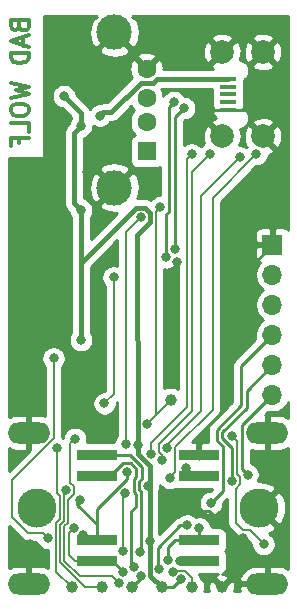
<source format=gbr>
%TF.GenerationSoftware,KiCad,Pcbnew,(5.1.9-16-g1737927814)-1*%
%TF.CreationDate,2021-07-25T19:14:51-05:00*%
%TF.ProjectId,adbuino,61646275-696e-46f2-9e6b-696361645f70,rev?*%
%TF.SameCoordinates,Original*%
%TF.FileFunction,Copper,L2,Bot*%
%TF.FilePolarity,Positive*%
%FSLAX46Y46*%
G04 Gerber Fmt 4.6, Leading zero omitted, Abs format (unit mm)*
G04 Created by KiCad (PCBNEW (5.1.9-16-g1737927814)-1) date 2021-07-25 19:14:51*
%MOMM*%
%LPD*%
G01*
G04 APERTURE LIST*
%TA.AperFunction,NonConductor*%
%ADD10C,0.300000*%
%TD*%
%TA.AperFunction,ComponentPad*%
%ADD11C,2.000000*%
%TD*%
%TA.AperFunction,SMDPad,CuDef*%
%ADD12R,1.400000X0.400000*%
%TD*%
%TA.AperFunction,SMDPad,CuDef*%
%ADD13R,3.500000X0.900000*%
%TD*%
%TA.AperFunction,ComponentPad*%
%ADD14O,3.600000X1.800000*%
%TD*%
%TA.AperFunction,ComponentPad*%
%ADD15C,3.316000*%
%TD*%
%TA.AperFunction,SMDPad,CuDef*%
%ADD16C,1.000000*%
%TD*%
%TA.AperFunction,ComponentPad*%
%ADD17O,1.700000X1.700000*%
%TD*%
%TA.AperFunction,ComponentPad*%
%ADD18R,1.700000X1.700000*%
%TD*%
%TA.AperFunction,ComponentPad*%
%ADD19C,1.600000*%
%TD*%
%TA.AperFunction,ComponentPad*%
%ADD20R,1.500000X1.600000*%
%TD*%
%TA.AperFunction,ComponentPad*%
%ADD21C,3.000000*%
%TD*%
%TA.AperFunction,ViaPad*%
%ADD22C,0.800000*%
%TD*%
%TA.AperFunction,Conductor*%
%ADD23C,0.250000*%
%TD*%
%TA.AperFunction,Conductor*%
%ADD24C,0.150000*%
%TD*%
%TA.AperFunction,Conductor*%
%ADD25C,0.400000*%
%TD*%
%TA.AperFunction,Conductor*%
%ADD26C,0.254000*%
%TD*%
%TA.AperFunction,Conductor*%
%ADD27C,0.100000*%
%TD*%
G04 APERTURE END LIST*
D10*
X26562857Y-26492000D02*
X26634285Y-26706285D01*
X26705714Y-26777714D01*
X26848571Y-26849142D01*
X27062857Y-26849142D01*
X27205714Y-26777714D01*
X27277142Y-26706285D01*
X27348571Y-26563428D01*
X27348571Y-25992000D01*
X25848571Y-25992000D01*
X25848571Y-26492000D01*
X25920000Y-26634857D01*
X25991428Y-26706285D01*
X26134285Y-26777714D01*
X26277142Y-26777714D01*
X26420000Y-26706285D01*
X26491428Y-26634857D01*
X26562857Y-26492000D01*
X26562857Y-25992000D01*
X26920000Y-27420571D02*
X26920000Y-28134857D01*
X27348571Y-27277714D02*
X25848571Y-27777714D01*
X27348571Y-28277714D01*
X27348571Y-28777714D02*
X25848571Y-28777714D01*
X25848571Y-29134857D01*
X25920000Y-29349142D01*
X26062857Y-29492000D01*
X26205714Y-29563428D01*
X26491428Y-29634857D01*
X26705714Y-29634857D01*
X26991428Y-29563428D01*
X27134285Y-29492000D01*
X27277142Y-29349142D01*
X27348571Y-29134857D01*
X27348571Y-28777714D01*
X25848571Y-31277714D02*
X27348571Y-31634857D01*
X26277142Y-31920571D01*
X27348571Y-32206285D01*
X25848571Y-32563428D01*
X25848571Y-33420571D02*
X25848571Y-33706285D01*
X25920000Y-33849142D01*
X26062857Y-33992000D01*
X26348571Y-34063428D01*
X26848571Y-34063428D01*
X27134285Y-33992000D01*
X27277142Y-33849142D01*
X27348571Y-33706285D01*
X27348571Y-33420571D01*
X27277142Y-33277714D01*
X27134285Y-33134857D01*
X26848571Y-33063428D01*
X26348571Y-33063428D01*
X26062857Y-33134857D01*
X25920000Y-33277714D01*
X25848571Y-33420571D01*
X27348571Y-35420571D02*
X27348571Y-34706285D01*
X25848571Y-34706285D01*
X26562857Y-36420571D02*
X26562857Y-35920571D01*
X27348571Y-35920571D02*
X25848571Y-35920571D01*
X25848571Y-36634857D01*
D11*
%TO.P,J2,MH4*%
%TO.N,GND*%
X43743000Y-28683000D03*
%TO.P,J2,MH3*%
X43743000Y-35833000D03*
%TO.P,J2,MH2*%
X47193000Y-35833000D03*
%TO.P,J2,MH1*%
X47193000Y-28683000D03*
D12*
%TO.P,J2,5*%
X44243000Y-33558000D03*
%TO.P,J2,4*%
%TO.N,N/C*%
X44243000Y-32908000D03*
%TO.P,J2,3*%
X44243000Y-32258000D03*
%TO.P,J2,2*%
X44243000Y-31608000D03*
%TO.P,J2,1*%
%TO.N,VBUS*%
X44243000Y-30958000D03*
%TD*%
D13*
%TO.P,J5,3*%
%TO.N,ADB_1_5v*%
X33156000Y-62810000D03*
%TO.P,J5,1*%
%TO.N,ADB_1_DATA*%
X33156000Y-64610000D03*
%TO.P,J5,2*%
%TO.N,ADB_1_PWR_ON*%
X33156000Y-70010000D03*
%TO.P,J5,4*%
%TO.N,GND*%
X33156000Y-71810000D03*
D14*
%TO.P,J5,S3*%
X27356000Y-73710000D03*
%TO.P,J5,S2*%
X27356000Y-60910000D03*
D15*
%TO.P,J5,S1*%
X28056000Y-67310000D03*
%TD*%
D13*
%TO.P,J4,3*%
%TO.N,ADB_1_5v*%
X41774000Y-71810000D03*
%TO.P,J4,1*%
%TO.N,ADB_1_DATA*%
X41774000Y-70010000D03*
%TO.P,J4,2*%
%TO.N,ADB_1_PWR_ON*%
X41774000Y-64610000D03*
%TO.P,J4,4*%
%TO.N,GND*%
X41774000Y-62810000D03*
D14*
%TO.P,J4,S3*%
X47574000Y-60910000D03*
%TO.P,J4,S2*%
X47574000Y-73710000D03*
D15*
%TO.P,J4,S1*%
X46874000Y-67310000D03*
%TD*%
D16*
%TO.P,TP26,1*%
%TO.N,GND*%
X43700000Y-74000000D03*
%TD*%
%TO.P,TP25,1*%
%TO.N,ATMEGA_SPI_MOSI*%
X41160000Y-74000000D03*
%TD*%
%TO.P,TP24,1*%
%TO.N,+3V3*%
X38620000Y-74000000D03*
%TD*%
%TO.P,TP23,1*%
%TO.N,/RESET*%
X36080000Y-74000000D03*
%TD*%
%TO.P,TP22,1*%
%TO.N,ATMEGA_SPI_SCLK*%
X33540000Y-74000000D03*
%TD*%
%TO.P,TP14,1*%
%TO.N,ATMEGA_SPI_MISO*%
X31000000Y-74000000D03*
%TD*%
D17*
%TO.P,J1,6*%
%TO.N,FTDI_DTR*%
X48000000Y-57700000D03*
%TO.P,J1,5*%
%TO.N,FTDI_TXO*%
X48000000Y-55160000D03*
%TO.P,J1,4*%
%TO.N,FTDI_RXI*%
X48000000Y-52620000D03*
%TO.P,J1,3*%
%TO.N,+3V3*%
X48000000Y-50080000D03*
%TO.P,J1,2*%
%TO.N,N/C*%
X48000000Y-47540000D03*
D18*
%TO.P,J1,1*%
%TO.N,GND*%
X48000000Y-45000000D03*
%TD*%
D16*
%TO.P,TP3,1*%
%TO.N,MAX3421_GPX*%
X39370000Y-58166000D03*
%TD*%
D19*
%TO.P,J3,4*%
%TO.N,GND*%
X37338000Y-30084000D03*
%TO.P,J3,3*%
%TO.N,Net-(J3-Pad3)*%
X37338000Y-32584000D03*
%TO.P,J3,2*%
%TO.N,Net-(J3-Pad2)*%
X37338000Y-34584000D03*
D20*
%TO.P,J3,1*%
%TO.N,Net-(F1-Pad1)*%
X37338000Y-37084000D03*
D21*
%TO.P,J3,5*%
%TO.N,GND*%
X34628000Y-27014000D03*
X34628000Y-40154000D03*
%TD*%
D22*
%TO.N,ADB_1_5v*%
X40155624Y-71736455D03*
X36793010Y-71015411D03*
%TO.N,ADB_1_DATA*%
X41818560Y-69006720D03*
X39124415Y-71731686D03*
X36272100Y-72276884D03*
%TO.N,ADB_1_PWR_ON*%
X31714044Y-66583560D03*
X40640000Y-63860002D03*
X31967554Y-69601479D03*
X35682138Y-64243960D03*
%TO.N,GND*%
X45720000Y-52324000D03*
X39624000Y-48006000D03*
X39878000Y-46482000D03*
X28448000Y-44196000D03*
X26924000Y-40132000D03*
X32258000Y-38862000D03*
X30480000Y-43434000D03*
X28448000Y-49530000D03*
X33273503Y-43688489D03*
X34287349Y-42604011D03*
X34290000Y-46228000D03*
X39322789Y-66207718D03*
X45466000Y-69850000D03*
X27432000Y-70358000D03*
X35372146Y-72712895D03*
X31160634Y-69010804D03*
X44958000Y-43434000D03*
%TO.N,+3V3*%
X30347920Y-32420560D03*
X31790640Y-34925000D03*
X31790640Y-53070760D03*
X36576000Y-61976000D03*
X37593012Y-70105012D03*
X31787188Y-42073980D03*
X37447828Y-65387828D03*
X40287358Y-73330298D03*
%TO.N,VBUS*%
X33401000Y-34066480D03*
%TO.N,Host_USB_D-*%
X39756080Y-45349160D03*
X40519218Y-33425727D03*
%TO.N,Host_USB_D+*%
X39654480Y-32923480D03*
X38969571Y-46063932D03*
%TO.N,FTDI_DTR*%
X45899763Y-64466459D03*
%TO.N,MAX3421_INT*%
X36830000Y-42672000D03*
X35579305Y-61894624D03*
%TO.N,MAX3421_GPX*%
X38519658Y-41821195D03*
X37347628Y-60187503D03*
%TO.N,ADB_DATA_LV*%
X47244000Y-70358000D03*
X44615233Y-61204501D03*
%TO.N,ADB_PWR_ON_LV*%
X35327096Y-70887412D03*
X35555525Y-66043982D03*
%TO.N,FTDI_TXO*%
X44574011Y-64969804D03*
%TO.N,FTDI_RXI*%
X42819184Y-66851295D03*
%TO.N,/RESET*%
X40776478Y-68761952D03*
X36869868Y-73078567D03*
X38432865Y-72454032D03*
%TO.N,DEBUG_LED*%
X29464000Y-54610000D03*
X29008957Y-69816679D03*
%TO.N,ATMEGA_SS*%
X45212000Y-37592000D03*
X39073987Y-62235017D03*
%TO.N,ATMEGA_SPI_MOSI*%
X31299646Y-61423083D03*
X41148000Y-37338000D03*
X35035636Y-73654588D03*
X39542183Y-72663411D03*
X37744985Y-62721366D03*
%TO.N,ATMEGA_SPI_MISO*%
X42672000Y-37338000D03*
X29718000Y-62230000D03*
X38672457Y-63180493D03*
%TO.N,ATMEGA_SPI_SCLK*%
X46637137Y-37333340D03*
X39296504Y-64733010D03*
X30486081Y-65779919D03*
%TO.N,MAX3421_RESET*%
X34544000Y-47752000D03*
X33770361Y-58431639D03*
%TD*%
D23*
%TO.N,ADB_1_5v*%
X40229169Y-71810000D02*
X40155624Y-71736455D01*
X41774000Y-71810000D02*
X40229169Y-71810000D01*
X36922817Y-63775226D02*
X36922817Y-64839837D01*
X36722827Y-65039827D02*
X36722827Y-65735829D01*
X36866999Y-70941422D02*
X36793010Y-71015411D01*
X36866999Y-65880001D02*
X36866999Y-70941422D01*
X36722827Y-65735829D02*
X36866999Y-65880001D01*
X36922817Y-64839837D02*
X36722827Y-65039827D01*
X35957591Y-62810000D02*
X36922817Y-63775226D01*
X33156000Y-62810000D02*
X35957591Y-62810000D01*
%TO.N,ADB_1_DATA*%
X41818560Y-69965440D02*
X41774000Y-70010000D01*
X41818560Y-69006720D02*
X41818560Y-69965440D01*
X39124415Y-70622397D02*
X39124415Y-71731686D01*
X39736812Y-70010000D02*
X39124415Y-70622397D01*
X41774000Y-70010000D02*
X39736812Y-70010000D01*
X36030139Y-63518959D02*
X36472806Y-63961626D01*
X33156000Y-64610000D02*
X34243096Y-64610000D01*
X36472806Y-63961626D02*
X36472806Y-64653437D01*
X36272816Y-65922229D02*
X36416988Y-66066401D01*
X36416988Y-66066401D02*
X36416988Y-67215012D01*
X36062552Y-72067336D02*
X36272100Y-72276884D01*
X35334137Y-63518959D02*
X36030139Y-63518959D01*
X36416988Y-67215012D02*
X36062552Y-67569448D01*
X36062552Y-67569448D02*
X36062552Y-72067336D01*
X34243096Y-64610000D02*
X35334137Y-63518959D01*
X36472806Y-64653437D02*
X36272816Y-64853427D01*
X36272816Y-64853427D02*
X36272816Y-65922229D01*
%TO.N,ADB_1_PWR_ON*%
X33156000Y-70010000D02*
X33156000Y-68682919D01*
X33156000Y-68682919D02*
X31469970Y-66996889D01*
X31469970Y-66827634D02*
X31714044Y-66583560D01*
X31469970Y-66996889D02*
X31469970Y-66827634D01*
X41774000Y-64610000D02*
X41712130Y-64671870D01*
X41389998Y-64610000D02*
X40640000Y-63860002D01*
X41774000Y-64610000D02*
X41389998Y-64610000D01*
X33156000Y-70010000D02*
X32376075Y-70010000D01*
X32376075Y-70010000D02*
X31967554Y-69601479D01*
X35682138Y-64809645D02*
X35682138Y-64243960D01*
X33156000Y-67335783D02*
X35682138Y-64809645D01*
X33156000Y-70010000D02*
X33156000Y-67335783D01*
%TO.N,GND*%
X41774000Y-62810000D02*
X41774000Y-61096000D01*
X41774000Y-61096000D02*
X44196000Y-58674000D01*
X44196000Y-48804000D02*
X48000000Y-45000000D01*
X44196000Y-58674000D02*
X44196000Y-48804000D01*
X39878000Y-47752000D02*
X39624000Y-48006000D01*
X39878000Y-46482000D02*
X39878000Y-47752000D01*
X33336000Y-38862000D02*
X34628000Y-40154000D01*
X32258000Y-38862000D02*
X33336000Y-38862000D01*
X44243000Y-33558000D02*
X42642000Y-33558000D01*
X42642000Y-33558000D02*
X42672000Y-33588000D01*
X42672000Y-34762000D02*
X43743000Y-35833000D01*
X42672000Y-33588000D02*
X42672000Y-34762000D01*
X44243000Y-33558000D02*
X45750000Y-33558000D01*
X45750000Y-33558000D02*
X46228000Y-34036000D01*
X46228000Y-34868000D02*
X47193000Y-35833000D01*
X46228000Y-34036000D02*
X46228000Y-34868000D01*
X41774000Y-62810000D02*
X41774000Y-63128000D01*
X39322789Y-66207718D02*
X40675538Y-67560467D01*
X40675538Y-67560467D02*
X42668467Y-67560467D01*
X44958000Y-69850000D02*
X45466000Y-69850000D01*
X42668467Y-67560467D02*
X44958000Y-69850000D01*
D24*
X33156000Y-71810000D02*
X34282363Y-71810000D01*
D23*
X33156000Y-71810000D02*
X34469251Y-71810000D01*
X34469251Y-71810000D02*
X35372146Y-72712895D01*
D24*
X31256000Y-71810000D02*
X30734000Y-71288000D01*
X33156000Y-71810000D02*
X31256000Y-71810000D01*
X30734000Y-69437438D02*
X31160634Y-69010804D01*
X30734000Y-71288000D02*
X30734000Y-69437438D01*
D25*
%TO.N,+3V3*%
X31790640Y-33863280D02*
X30347920Y-32420560D01*
X31790640Y-34925000D02*
X31790640Y-33863280D01*
X36547618Y-44138384D02*
X36576000Y-61976000D01*
X36445999Y-41871999D02*
X37214001Y-41871999D01*
X37630001Y-43056001D02*
X36547618Y-44138384D01*
X37630001Y-42287999D02*
X37630001Y-43056001D01*
X37214001Y-41871999D02*
X37630001Y-42287999D01*
X31790640Y-46527358D02*
X36445999Y-41871999D01*
X31790640Y-53070760D02*
X31790640Y-46527358D01*
X31790640Y-42077432D02*
X31787188Y-42073980D01*
X31790640Y-34925000D02*
X31203999Y-35511641D01*
X31203999Y-35511641D02*
X31203999Y-41490791D01*
X31203999Y-41490791D02*
X31787188Y-42073980D01*
X31790640Y-53070760D02*
X31790640Y-42077432D01*
D23*
X39617656Y-74000000D02*
X40287358Y-73330298D01*
X38620000Y-74000000D02*
X39617656Y-74000000D01*
D25*
X37593012Y-63702945D02*
X37593012Y-72617707D01*
X37669870Y-73049870D02*
X38620000Y-74000000D01*
X36576000Y-62685933D02*
X37593012Y-63702945D01*
X36576000Y-61976000D02*
X36576000Y-62685933D01*
X37593012Y-72617707D02*
X37669870Y-72694565D01*
X37669870Y-72694565D02*
X37669870Y-73049870D01*
%TO.N,VBUS*%
X38240002Y-30958000D02*
X37910282Y-31287720D01*
X44243000Y-30958000D02*
X38240002Y-30958000D01*
X36858278Y-31287720D02*
X34358918Y-33787080D01*
X37910282Y-31287720D02*
X36858278Y-31287720D01*
X33680400Y-33787080D02*
X33401000Y-34066480D01*
X34358918Y-33787080D02*
X33680400Y-33787080D01*
D23*
%TO.N,Host_USB_D-*%
X39756080Y-45349160D02*
X39756080Y-34188865D01*
X39756080Y-34188865D02*
X40519218Y-33425727D01*
%TO.N,Host_USB_D+*%
X39244660Y-33333300D02*
X39244660Y-42169197D01*
X38969571Y-42444286D02*
X38969571Y-46063932D01*
X39244660Y-42169197D02*
X38969571Y-42444286D01*
X39654480Y-32923480D02*
X39244660Y-33333300D01*
%TO.N,FTDI_DTR*%
X45448990Y-64015686D02*
X45899763Y-64466459D01*
X48000000Y-57700000D02*
X45448990Y-60251010D01*
X45448990Y-60251010D02*
X45448990Y-64015686D01*
D24*
%TO.N,MAX3421_INT*%
X36830000Y-42672000D02*
X35579305Y-43922695D01*
X35579305Y-43922695D02*
X35579305Y-61894624D01*
%TO.N,MAX3421_GPX*%
X38519658Y-41821195D02*
X38119659Y-42221194D01*
X38119659Y-42221194D02*
X38119659Y-59415472D01*
X38119659Y-59415472D02*
X37347628Y-60187503D01*
X38120528Y-59415472D02*
X39370000Y-58166000D01*
X38119659Y-59415472D02*
X38120528Y-59415472D01*
%TO.N,ADB_DATA_LV*%
X47244000Y-70358000D02*
X47498000Y-70358000D01*
X45495313Y-69174998D02*
X44898013Y-68577698D01*
X45249013Y-65293806D02*
X45249013Y-64645802D01*
X44898013Y-65644806D02*
X45249013Y-65293806D01*
X44898013Y-68577698D02*
X44898013Y-65644806D01*
X46060998Y-69174998D02*
X45495313Y-69174998D01*
X45249013Y-64645802D02*
X45015232Y-64412021D01*
X45015232Y-64412021D02*
X45015232Y-61604500D01*
X45015232Y-61604500D02*
X44615233Y-61204501D01*
X46060998Y-69174998D02*
X47244000Y-70358000D01*
%TO.N,ADB_PWR_ON_LV*%
X35327096Y-66272411D02*
X35555525Y-66043982D01*
X35327096Y-70887412D02*
X35327096Y-66272411D01*
D23*
%TO.N,FTDI_TXO*%
X43724998Y-61339585D02*
X44574011Y-62188598D01*
X43724998Y-60865998D02*
X43724998Y-61339585D01*
X44574011Y-62188598D02*
X44574011Y-64969804D01*
X48000000Y-55160000D02*
X45808022Y-57351978D01*
X45808022Y-58782974D02*
X43724998Y-60865998D01*
X45808022Y-57351978D02*
X45808022Y-58782974D01*
%TO.N,FTDI_RXI*%
X48000000Y-52620000D02*
X45358011Y-55261989D01*
X45358011Y-55261989D02*
X45358011Y-58596574D01*
X45358011Y-58596574D02*
X43274987Y-60679598D01*
X43274987Y-60679598D02*
X43274987Y-61525985D01*
X43849001Y-62099999D02*
X43849001Y-65821478D01*
X43849001Y-65821478D02*
X42819184Y-66851295D01*
X43274987Y-61525985D02*
X43849001Y-62099999D01*
%TO.N,/RESET*%
X36869868Y-73210132D02*
X36869868Y-73078567D01*
X36080000Y-74000000D02*
X36869868Y-73210132D01*
X40210793Y-68761952D02*
X38296885Y-70675860D01*
X38296885Y-70675860D02*
X38296885Y-72318052D01*
X38296885Y-72318052D02*
X38432865Y-72454032D01*
X40776478Y-68761952D02*
X40210793Y-68761952D01*
D24*
%TO.N,DEBUG_LED*%
X27301838Y-69416680D02*
X28608958Y-69416680D01*
X25908000Y-64919715D02*
X25908000Y-68022842D01*
X29464000Y-61363715D02*
X25908000Y-64919715D01*
X29464000Y-54610000D02*
X29464000Y-61363715D01*
X28608958Y-69416680D02*
X29008957Y-69816679D01*
X25908000Y-68022842D02*
X27301838Y-69416680D01*
%TO.N,ATMEGA_SS*%
X45212000Y-37592000D02*
X41910000Y-40894000D01*
X41910000Y-40894000D02*
X41910000Y-59089638D01*
X41910000Y-59089638D02*
X39130884Y-61868754D01*
X39130884Y-62178120D02*
X39073987Y-62235017D01*
X39130884Y-61868754D02*
X39130884Y-62178120D01*
%TO.N,ATMEGA_SPI_MOSI*%
X31299646Y-61423083D02*
X30899647Y-61823082D01*
X30899647Y-61823082D02*
X30899647Y-65194481D01*
X31689115Y-73038117D02*
X34419165Y-73038117D01*
X30899647Y-65194481D02*
X31161083Y-65455917D01*
X31161083Y-65455917D02*
X31161083Y-66103921D01*
X31161083Y-66103921D02*
X30689023Y-66575981D01*
X30689023Y-66575981D02*
X30689023Y-68527799D01*
X30689023Y-68527799D02*
X30383990Y-68832832D01*
X30383990Y-68832832D02*
X30383990Y-71732992D01*
X30383990Y-71732992D02*
X31689115Y-73038117D01*
X34419165Y-73038117D02*
X35035636Y-73654588D01*
X41160000Y-74000000D02*
X41160000Y-73203936D01*
X41160000Y-73203936D02*
X40611360Y-72655296D01*
X40611360Y-72655296D02*
X39550298Y-72655296D01*
X39550298Y-72655296D02*
X39542183Y-72663411D01*
X37744985Y-61746083D02*
X37744985Y-62721366D01*
X40748001Y-58743067D02*
X37744985Y-61746083D01*
X40748001Y-37737999D02*
X40748001Y-58743067D01*
X41148000Y-37338000D02*
X40748001Y-37737999D01*
%TO.N,ATMEGA_SPI_MISO*%
X29718000Y-66023004D02*
X29718000Y-62230000D01*
X29989001Y-66294005D02*
X29718000Y-66023004D01*
X29989001Y-68237841D02*
X29989001Y-66294005D01*
X29683968Y-68542874D02*
X29989001Y-68237841D01*
X29683968Y-72683968D02*
X29683968Y-68542874D01*
X31000000Y-74000000D02*
X29683968Y-72683968D01*
X38398987Y-62554273D02*
X38672457Y-62827743D01*
X38398987Y-61906269D02*
X38398987Y-62554273D01*
X42672000Y-37338000D02*
X41209978Y-38800022D01*
X38672457Y-62827743D02*
X38672457Y-63180493D01*
X41209978Y-38800022D02*
X41209978Y-59095278D01*
X41209978Y-59095278D02*
X38398987Y-61906269D01*
%TO.N,ATMEGA_SPI_SCLK*%
X30339012Y-68382820D02*
X30339012Y-65926988D01*
X30033979Y-71886977D02*
X30033979Y-68687853D01*
X32147002Y-74000000D02*
X30033979Y-71886977D01*
X33540000Y-74000000D02*
X32147002Y-74000000D01*
X30033979Y-68687853D02*
X30339012Y-68382820D01*
X30339012Y-65926988D02*
X30486081Y-65779919D01*
X42926000Y-41044477D02*
X42926000Y-58962998D01*
X39748999Y-64280515D02*
X39296504Y-64733010D01*
X46637137Y-37333340D02*
X42926000Y-41044477D01*
X39748999Y-62139999D02*
X39748999Y-64280515D01*
X42926000Y-58962998D02*
X39748999Y-62139999D01*
%TO.N,MAX3421_RESET*%
X34544000Y-47752000D02*
X34544000Y-57658000D01*
X34544000Y-57658000D02*
X33770361Y-58431639D01*
%TD*%
D26*
%TO.N,GND*%
X49340001Y-59644582D02*
X49178751Y-59540446D01*
X48898023Y-59429271D01*
X48601000Y-59375000D01*
X47701000Y-59375000D01*
X47701000Y-60783000D01*
X47721000Y-60783000D01*
X47721000Y-61037000D01*
X47701000Y-61037000D01*
X47701000Y-62445000D01*
X48601000Y-62445000D01*
X48898023Y-62390729D01*
X49178751Y-62279554D01*
X49340001Y-62175418D01*
X49340001Y-72444583D01*
X49178751Y-72340446D01*
X48898023Y-72229271D01*
X48601000Y-72175000D01*
X47701000Y-72175000D01*
X47701000Y-73583000D01*
X47721000Y-73583000D01*
X47721000Y-73837000D01*
X47701000Y-73837000D01*
X47701000Y-73857000D01*
X47447000Y-73857000D01*
X47447000Y-73837000D01*
X45303622Y-73837000D01*
X45182964Y-74074740D01*
X45207245Y-74180087D01*
X45276430Y-74340000D01*
X44786790Y-74340000D01*
X44831731Y-74141095D01*
X44837511Y-73917594D01*
X44799577Y-73697260D01*
X44719387Y-73488560D01*
X44691588Y-73436550D01*
X44478166Y-73401439D01*
X43879605Y-74000000D01*
X43893748Y-74014143D01*
X43714143Y-74193748D01*
X43700000Y-74179605D01*
X43685858Y-74193748D01*
X43506253Y-74014143D01*
X43520395Y-74000000D01*
X42921834Y-73401439D01*
X42708412Y-73436550D01*
X42617542Y-73640826D01*
X42568269Y-73858905D01*
X42562489Y-74082406D01*
X42600423Y-74302740D01*
X42614740Y-74340000D01*
X42247683Y-74340000D01*
X42251383Y-74331067D01*
X42295000Y-74111788D01*
X42295000Y-73888212D01*
X42251383Y-73668933D01*
X42165824Y-73462376D01*
X42041612Y-73276480D01*
X41883520Y-73118388D01*
X41863706Y-73105148D01*
X41859727Y-73064752D01*
X41819128Y-72930916D01*
X41801573Y-72898072D01*
X43410915Y-72898072D01*
X43397260Y-72900423D01*
X43188560Y-72980613D01*
X43136550Y-73008412D01*
X43101439Y-73221834D01*
X43700000Y-73820395D01*
X44175135Y-73345260D01*
X45182964Y-73345260D01*
X45303622Y-73583000D01*
X47447000Y-73583000D01*
X47447000Y-72175000D01*
X46547000Y-72175000D01*
X46249977Y-72229271D01*
X45969249Y-72340446D01*
X45715604Y-72504252D01*
X45498790Y-72714394D01*
X45327138Y-72962796D01*
X45207245Y-73239913D01*
X45182964Y-73345260D01*
X44175135Y-73345260D01*
X44298561Y-73221834D01*
X44263450Y-73008412D01*
X44059174Y-72917542D01*
X43841095Y-72868269D01*
X43716901Y-72865057D01*
X43768180Y-72849502D01*
X43878494Y-72790537D01*
X43975185Y-72711185D01*
X44054537Y-72614494D01*
X44113502Y-72504180D01*
X44149812Y-72384482D01*
X44162072Y-72260000D01*
X44162072Y-71360000D01*
X44149812Y-71235518D01*
X44113502Y-71115820D01*
X44054537Y-71005506D01*
X43976158Y-70910000D01*
X44054537Y-70814494D01*
X44113502Y-70704180D01*
X44149812Y-70584482D01*
X44162072Y-70460000D01*
X44162072Y-69560000D01*
X44149812Y-69435518D01*
X44113502Y-69315820D01*
X44054537Y-69205506D01*
X43975185Y-69108815D01*
X43878494Y-69029463D01*
X43768180Y-68970498D01*
X43648482Y-68934188D01*
X43524000Y-68921928D01*
X42853560Y-68921928D01*
X42853560Y-68904781D01*
X42813786Y-68704822D01*
X42735765Y-68516464D01*
X42622497Y-68346946D01*
X42478334Y-68202783D01*
X42308816Y-68089515D01*
X42120458Y-68011494D01*
X41920499Y-67971720D01*
X41716621Y-67971720D01*
X41516662Y-68011494D01*
X41497619Y-68019382D01*
X41436252Y-67958015D01*
X41266734Y-67844747D01*
X41078376Y-67766726D01*
X40878417Y-67726952D01*
X40674539Y-67726952D01*
X40474580Y-67766726D01*
X40286222Y-67844747D01*
X40116704Y-67958015D01*
X40061754Y-68012965D01*
X39918546Y-68056406D01*
X39786517Y-68126978D01*
X39670792Y-68221951D01*
X39646994Y-68250949D01*
X38428012Y-69469932D01*
X38428012Y-65726040D01*
X38443054Y-65689726D01*
X38482828Y-65489767D01*
X38482828Y-65378209D01*
X38492567Y-65392784D01*
X38636730Y-65536947D01*
X38806248Y-65650215D01*
X38994606Y-65728236D01*
X39194565Y-65768010D01*
X39398443Y-65768010D01*
X39598402Y-65728236D01*
X39784820Y-65651019D01*
X39899518Y-65685812D01*
X40024000Y-65698072D01*
X42897605Y-65698072D01*
X42779383Y-65816295D01*
X42717245Y-65816295D01*
X42517286Y-65856069D01*
X42328928Y-65934090D01*
X42159410Y-66047358D01*
X42015247Y-66191521D01*
X41901979Y-66361039D01*
X41823958Y-66549397D01*
X41784184Y-66749356D01*
X41784184Y-66953234D01*
X41823958Y-67153193D01*
X41901979Y-67341551D01*
X42015247Y-67511069D01*
X42159410Y-67655232D01*
X42328928Y-67768500D01*
X42517286Y-67846521D01*
X42717245Y-67886295D01*
X42921123Y-67886295D01*
X43121082Y-67846521D01*
X43309440Y-67768500D01*
X43478958Y-67655232D01*
X43623121Y-67511069D01*
X43736389Y-67341551D01*
X43814410Y-67153193D01*
X43854184Y-66953234D01*
X43854184Y-66891096D01*
X44188014Y-66557267D01*
X44188013Y-68542823D01*
X44184578Y-68577698D01*
X44188013Y-68612573D01*
X44188013Y-68612574D01*
X44198286Y-68716881D01*
X44238885Y-68850717D01*
X44304813Y-68974060D01*
X44393538Y-69082172D01*
X44420630Y-69104406D01*
X44968601Y-69652377D01*
X44990838Y-69679473D01*
X45098950Y-69768198D01*
X45222293Y-69834126D01*
X45356129Y-69874725D01*
X45460436Y-69884998D01*
X45460438Y-69884998D01*
X45495313Y-69888433D01*
X45530188Y-69884998D01*
X45766907Y-69884998D01*
X46209000Y-70327092D01*
X46209000Y-70459939D01*
X46248774Y-70659898D01*
X46326795Y-70848256D01*
X46440063Y-71017774D01*
X46584226Y-71161937D01*
X46753744Y-71275205D01*
X46942102Y-71353226D01*
X47142061Y-71393000D01*
X47345939Y-71393000D01*
X47545898Y-71353226D01*
X47734256Y-71275205D01*
X47903774Y-71161937D01*
X48047937Y-71017774D01*
X48161205Y-70848256D01*
X48239226Y-70659898D01*
X48279000Y-70459939D01*
X48279000Y-70256061D01*
X48239226Y-70056102D01*
X48161205Y-69867744D01*
X48047937Y-69698226D01*
X47903774Y-69554063D01*
X47735610Y-69441700D01*
X47789424Y-69424438D01*
X48123509Y-69245867D01*
X48298525Y-68914130D01*
X46874000Y-67489605D01*
X46859858Y-67503748D01*
X46680253Y-67324143D01*
X46694395Y-67310000D01*
X47053605Y-67310000D01*
X48478130Y-68734525D01*
X48809867Y-68559509D01*
X49016437Y-68157832D01*
X49140674Y-67723572D01*
X49177804Y-67273419D01*
X49126400Y-66824672D01*
X48988438Y-66394576D01*
X48809867Y-66060491D01*
X48478130Y-65885475D01*
X47053605Y-67310000D01*
X46694395Y-67310000D01*
X46680253Y-67295858D01*
X46859858Y-67116253D01*
X46874000Y-67130395D01*
X48298525Y-65705870D01*
X48123509Y-65374133D01*
X47721832Y-65167563D01*
X47287572Y-65043326D01*
X46837419Y-65006196D01*
X46779471Y-65012834D01*
X46816968Y-64956715D01*
X46894989Y-64768357D01*
X46934763Y-64568398D01*
X46934763Y-64364520D01*
X46894989Y-64164561D01*
X46816968Y-63976203D01*
X46703700Y-63806685D01*
X46559537Y-63662522D01*
X46390019Y-63549254D01*
X46208990Y-63474269D01*
X46208990Y-62374497D01*
X46249977Y-62390729D01*
X46547000Y-62445000D01*
X47447000Y-62445000D01*
X47447000Y-61037000D01*
X47427000Y-61037000D01*
X47427000Y-60783000D01*
X47447000Y-60783000D01*
X47447000Y-59375000D01*
X47399802Y-59375000D01*
X47633592Y-59141210D01*
X47853740Y-59185000D01*
X48146260Y-59185000D01*
X48433158Y-59127932D01*
X48703411Y-59015990D01*
X48946632Y-58853475D01*
X49153475Y-58646632D01*
X49315990Y-58403411D01*
X49340001Y-58345444D01*
X49340001Y-59644582D01*
%TA.AperFunction,Conductor*%
D27*
G36*
X49340001Y-59644582D02*
G01*
X49178751Y-59540446D01*
X48898023Y-59429271D01*
X48601000Y-59375000D01*
X47701000Y-59375000D01*
X47701000Y-60783000D01*
X47721000Y-60783000D01*
X47721000Y-61037000D01*
X47701000Y-61037000D01*
X47701000Y-62445000D01*
X48601000Y-62445000D01*
X48898023Y-62390729D01*
X49178751Y-62279554D01*
X49340001Y-62175418D01*
X49340001Y-72444583D01*
X49178751Y-72340446D01*
X48898023Y-72229271D01*
X48601000Y-72175000D01*
X47701000Y-72175000D01*
X47701000Y-73583000D01*
X47721000Y-73583000D01*
X47721000Y-73837000D01*
X47701000Y-73837000D01*
X47701000Y-73857000D01*
X47447000Y-73857000D01*
X47447000Y-73837000D01*
X45303622Y-73837000D01*
X45182964Y-74074740D01*
X45207245Y-74180087D01*
X45276430Y-74340000D01*
X44786790Y-74340000D01*
X44831731Y-74141095D01*
X44837511Y-73917594D01*
X44799577Y-73697260D01*
X44719387Y-73488560D01*
X44691588Y-73436550D01*
X44478166Y-73401439D01*
X43879605Y-74000000D01*
X43893748Y-74014143D01*
X43714143Y-74193748D01*
X43700000Y-74179605D01*
X43685858Y-74193748D01*
X43506253Y-74014143D01*
X43520395Y-74000000D01*
X42921834Y-73401439D01*
X42708412Y-73436550D01*
X42617542Y-73640826D01*
X42568269Y-73858905D01*
X42562489Y-74082406D01*
X42600423Y-74302740D01*
X42614740Y-74340000D01*
X42247683Y-74340000D01*
X42251383Y-74331067D01*
X42295000Y-74111788D01*
X42295000Y-73888212D01*
X42251383Y-73668933D01*
X42165824Y-73462376D01*
X42041612Y-73276480D01*
X41883520Y-73118388D01*
X41863706Y-73105148D01*
X41859727Y-73064752D01*
X41819128Y-72930916D01*
X41801573Y-72898072D01*
X43410915Y-72898072D01*
X43397260Y-72900423D01*
X43188560Y-72980613D01*
X43136550Y-73008412D01*
X43101439Y-73221834D01*
X43700000Y-73820395D01*
X44175135Y-73345260D01*
X45182964Y-73345260D01*
X45303622Y-73583000D01*
X47447000Y-73583000D01*
X47447000Y-72175000D01*
X46547000Y-72175000D01*
X46249977Y-72229271D01*
X45969249Y-72340446D01*
X45715604Y-72504252D01*
X45498790Y-72714394D01*
X45327138Y-72962796D01*
X45207245Y-73239913D01*
X45182964Y-73345260D01*
X44175135Y-73345260D01*
X44298561Y-73221834D01*
X44263450Y-73008412D01*
X44059174Y-72917542D01*
X43841095Y-72868269D01*
X43716901Y-72865057D01*
X43768180Y-72849502D01*
X43878494Y-72790537D01*
X43975185Y-72711185D01*
X44054537Y-72614494D01*
X44113502Y-72504180D01*
X44149812Y-72384482D01*
X44162072Y-72260000D01*
X44162072Y-71360000D01*
X44149812Y-71235518D01*
X44113502Y-71115820D01*
X44054537Y-71005506D01*
X43976158Y-70910000D01*
X44054537Y-70814494D01*
X44113502Y-70704180D01*
X44149812Y-70584482D01*
X44162072Y-70460000D01*
X44162072Y-69560000D01*
X44149812Y-69435518D01*
X44113502Y-69315820D01*
X44054537Y-69205506D01*
X43975185Y-69108815D01*
X43878494Y-69029463D01*
X43768180Y-68970498D01*
X43648482Y-68934188D01*
X43524000Y-68921928D01*
X42853560Y-68921928D01*
X42853560Y-68904781D01*
X42813786Y-68704822D01*
X42735765Y-68516464D01*
X42622497Y-68346946D01*
X42478334Y-68202783D01*
X42308816Y-68089515D01*
X42120458Y-68011494D01*
X41920499Y-67971720D01*
X41716621Y-67971720D01*
X41516662Y-68011494D01*
X41497619Y-68019382D01*
X41436252Y-67958015D01*
X41266734Y-67844747D01*
X41078376Y-67766726D01*
X40878417Y-67726952D01*
X40674539Y-67726952D01*
X40474580Y-67766726D01*
X40286222Y-67844747D01*
X40116704Y-67958015D01*
X40061754Y-68012965D01*
X39918546Y-68056406D01*
X39786517Y-68126978D01*
X39670792Y-68221951D01*
X39646994Y-68250949D01*
X38428012Y-69469932D01*
X38428012Y-65726040D01*
X38443054Y-65689726D01*
X38482828Y-65489767D01*
X38482828Y-65378209D01*
X38492567Y-65392784D01*
X38636730Y-65536947D01*
X38806248Y-65650215D01*
X38994606Y-65728236D01*
X39194565Y-65768010D01*
X39398443Y-65768010D01*
X39598402Y-65728236D01*
X39784820Y-65651019D01*
X39899518Y-65685812D01*
X40024000Y-65698072D01*
X42897605Y-65698072D01*
X42779383Y-65816295D01*
X42717245Y-65816295D01*
X42517286Y-65856069D01*
X42328928Y-65934090D01*
X42159410Y-66047358D01*
X42015247Y-66191521D01*
X41901979Y-66361039D01*
X41823958Y-66549397D01*
X41784184Y-66749356D01*
X41784184Y-66953234D01*
X41823958Y-67153193D01*
X41901979Y-67341551D01*
X42015247Y-67511069D01*
X42159410Y-67655232D01*
X42328928Y-67768500D01*
X42517286Y-67846521D01*
X42717245Y-67886295D01*
X42921123Y-67886295D01*
X43121082Y-67846521D01*
X43309440Y-67768500D01*
X43478958Y-67655232D01*
X43623121Y-67511069D01*
X43736389Y-67341551D01*
X43814410Y-67153193D01*
X43854184Y-66953234D01*
X43854184Y-66891096D01*
X44188014Y-66557267D01*
X44188013Y-68542823D01*
X44184578Y-68577698D01*
X44188013Y-68612573D01*
X44188013Y-68612574D01*
X44198286Y-68716881D01*
X44238885Y-68850717D01*
X44304813Y-68974060D01*
X44393538Y-69082172D01*
X44420630Y-69104406D01*
X44968601Y-69652377D01*
X44990838Y-69679473D01*
X45098950Y-69768198D01*
X45222293Y-69834126D01*
X45356129Y-69874725D01*
X45460436Y-69884998D01*
X45460438Y-69884998D01*
X45495313Y-69888433D01*
X45530188Y-69884998D01*
X45766907Y-69884998D01*
X46209000Y-70327092D01*
X46209000Y-70459939D01*
X46248774Y-70659898D01*
X46326795Y-70848256D01*
X46440063Y-71017774D01*
X46584226Y-71161937D01*
X46753744Y-71275205D01*
X46942102Y-71353226D01*
X47142061Y-71393000D01*
X47345939Y-71393000D01*
X47545898Y-71353226D01*
X47734256Y-71275205D01*
X47903774Y-71161937D01*
X48047937Y-71017774D01*
X48161205Y-70848256D01*
X48239226Y-70659898D01*
X48279000Y-70459939D01*
X48279000Y-70256061D01*
X48239226Y-70056102D01*
X48161205Y-69867744D01*
X48047937Y-69698226D01*
X47903774Y-69554063D01*
X47735610Y-69441700D01*
X47789424Y-69424438D01*
X48123509Y-69245867D01*
X48298525Y-68914130D01*
X46874000Y-67489605D01*
X46859858Y-67503748D01*
X46680253Y-67324143D01*
X46694395Y-67310000D01*
X47053605Y-67310000D01*
X48478130Y-68734525D01*
X48809867Y-68559509D01*
X49016437Y-68157832D01*
X49140674Y-67723572D01*
X49177804Y-67273419D01*
X49126400Y-66824672D01*
X48988438Y-66394576D01*
X48809867Y-66060491D01*
X48478130Y-65885475D01*
X47053605Y-67310000D01*
X46694395Y-67310000D01*
X46680253Y-67295858D01*
X46859858Y-67116253D01*
X46874000Y-67130395D01*
X48298525Y-65705870D01*
X48123509Y-65374133D01*
X47721832Y-65167563D01*
X47287572Y-65043326D01*
X46837419Y-65006196D01*
X46779471Y-65012834D01*
X46816968Y-64956715D01*
X46894989Y-64768357D01*
X46934763Y-64568398D01*
X46934763Y-64364520D01*
X46894989Y-64164561D01*
X46816968Y-63976203D01*
X46703700Y-63806685D01*
X46559537Y-63662522D01*
X46390019Y-63549254D01*
X46208990Y-63474269D01*
X46208990Y-62374497D01*
X46249977Y-62390729D01*
X46547000Y-62445000D01*
X47447000Y-62445000D01*
X47447000Y-61037000D01*
X47427000Y-61037000D01*
X47427000Y-60783000D01*
X47447000Y-60783000D01*
X47447000Y-59375000D01*
X47399802Y-59375000D01*
X47633592Y-59141210D01*
X47853740Y-59185000D01*
X48146260Y-59185000D01*
X48433158Y-59127932D01*
X48703411Y-59015990D01*
X48946632Y-58853475D01*
X49153475Y-58646632D01*
X49315990Y-58403411D01*
X49340001Y-58345444D01*
X49340001Y-59644582D01*
G37*
%TD.AperFunction*%
D26*
X26775126Y-69894059D02*
X26797363Y-69921155D01*
X26905475Y-70009880D01*
X27028818Y-70075808D01*
X27162654Y-70116407D01*
X27266961Y-70126680D01*
X27266963Y-70126680D01*
X27301838Y-70130115D01*
X27336713Y-70126680D01*
X28017087Y-70126680D01*
X28091752Y-70306935D01*
X28205020Y-70476453D01*
X28349183Y-70620616D01*
X28518701Y-70733884D01*
X28707059Y-70811905D01*
X28907018Y-70851679D01*
X28973968Y-70851679D01*
X28973968Y-72348982D01*
X28960751Y-72340446D01*
X28680023Y-72229271D01*
X28383000Y-72175000D01*
X27483000Y-72175000D01*
X27483000Y-73583000D01*
X27503000Y-73583000D01*
X27503000Y-73837000D01*
X27483000Y-73837000D01*
X27483000Y-73857000D01*
X27229000Y-73857000D01*
X27229000Y-73837000D01*
X27209000Y-73837000D01*
X27209000Y-73583000D01*
X27229000Y-73583000D01*
X27229000Y-72175000D01*
X26329000Y-72175000D01*
X26031977Y-72229271D01*
X25751249Y-72340446D01*
X25660000Y-72399375D01*
X25660000Y-68778933D01*
X26775126Y-69894059D01*
%TA.AperFunction,Conductor*%
D27*
G36*
X26775126Y-69894059D02*
G01*
X26797363Y-69921155D01*
X26905475Y-70009880D01*
X27028818Y-70075808D01*
X27162654Y-70116407D01*
X27266961Y-70126680D01*
X27266963Y-70126680D01*
X27301838Y-70130115D01*
X27336713Y-70126680D01*
X28017087Y-70126680D01*
X28091752Y-70306935D01*
X28205020Y-70476453D01*
X28349183Y-70620616D01*
X28518701Y-70733884D01*
X28707059Y-70811905D01*
X28907018Y-70851679D01*
X28973968Y-70851679D01*
X28973968Y-72348982D01*
X28960751Y-72340446D01*
X28680023Y-72229271D01*
X28383000Y-72175000D01*
X27483000Y-72175000D01*
X27483000Y-73583000D01*
X27503000Y-73583000D01*
X27503000Y-73837000D01*
X27483000Y-73837000D01*
X27483000Y-73857000D01*
X27229000Y-73857000D01*
X27229000Y-73837000D01*
X27209000Y-73837000D01*
X27209000Y-73583000D01*
X27229000Y-73583000D01*
X27229000Y-72175000D01*
X26329000Y-72175000D01*
X26031977Y-72229271D01*
X25751249Y-72340446D01*
X25660000Y-72399375D01*
X25660000Y-68778933D01*
X26775126Y-69894059D01*
G37*
%TD.AperFunction*%
D26*
X33283000Y-71683000D02*
X33303000Y-71683000D01*
X33303000Y-71937000D01*
X33283000Y-71937000D01*
X33283000Y-71957000D01*
X33029000Y-71957000D01*
X33029000Y-71937000D01*
X33009000Y-71937000D01*
X33009000Y-71683000D01*
X33029000Y-71683000D01*
X33029000Y-71663000D01*
X33283000Y-71663000D01*
X33283000Y-71683000D01*
%TA.AperFunction,Conductor*%
D27*
G36*
X33283000Y-71683000D02*
G01*
X33303000Y-71683000D01*
X33303000Y-71937000D01*
X33283000Y-71937000D01*
X33283000Y-71957000D01*
X33029000Y-71957000D01*
X33029000Y-71937000D01*
X33009000Y-71937000D01*
X33009000Y-71683000D01*
X33029000Y-71683000D01*
X33029000Y-71663000D01*
X33283000Y-71663000D01*
X33283000Y-71683000D01*
G37*
%TD.AperFunction*%
D26*
X28249748Y-67295858D02*
X28235605Y-67310000D01*
X28249748Y-67324143D01*
X28070143Y-67503748D01*
X28056000Y-67489605D01*
X28041858Y-67503748D01*
X27862253Y-67324143D01*
X27876395Y-67310000D01*
X27862253Y-67295858D01*
X28041858Y-67116253D01*
X28056000Y-67130395D01*
X28070143Y-67116253D01*
X28249748Y-67295858D01*
%TA.AperFunction,Conductor*%
D27*
G36*
X28249748Y-67295858D02*
G01*
X28235605Y-67310000D01*
X28249748Y-67324143D01*
X28070143Y-67503748D01*
X28056000Y-67489605D01*
X28041858Y-67503748D01*
X27862253Y-67324143D01*
X27876395Y-67310000D01*
X27862253Y-67295858D01*
X28041858Y-67116253D01*
X28056000Y-67130395D01*
X28070143Y-67116253D01*
X28249748Y-67295858D01*
G37*
%TD.AperFunction*%
D26*
X33136345Y-25701953D02*
X32820786Y-25857962D01*
X32629980Y-26232745D01*
X32515956Y-26637551D01*
X32483098Y-27056824D01*
X32532666Y-27474451D01*
X32662757Y-27874383D01*
X32820786Y-28170038D01*
X33136347Y-28326048D01*
X34448395Y-27014000D01*
X34434253Y-26999858D01*
X34613858Y-26820253D01*
X34628000Y-26834395D01*
X34642143Y-26820253D01*
X34821748Y-26999858D01*
X34807605Y-27014000D01*
X36119653Y-28326048D01*
X36435214Y-28170038D01*
X36626020Y-27795255D01*
X36695782Y-27547587D01*
X42787192Y-27547587D01*
X43743000Y-28503395D01*
X44698808Y-27547587D01*
X46237192Y-27547587D01*
X47193000Y-28503395D01*
X48148808Y-27547587D01*
X48053044Y-27283186D01*
X47763429Y-27142296D01*
X47451892Y-27060616D01*
X47130405Y-27041282D01*
X46811325Y-27085039D01*
X46506912Y-27190205D01*
X46332956Y-27283186D01*
X46237192Y-27547587D01*
X44698808Y-27547587D01*
X44603044Y-27283186D01*
X44313429Y-27142296D01*
X44001892Y-27060616D01*
X43680405Y-27041282D01*
X43361325Y-27085039D01*
X43056912Y-27190205D01*
X42882956Y-27283186D01*
X42787192Y-27547587D01*
X36695782Y-27547587D01*
X36740044Y-27390449D01*
X36772902Y-26971176D01*
X36723334Y-26553549D01*
X36593243Y-26153617D01*
X36435214Y-25857962D01*
X36119655Y-25701953D01*
X36161608Y-25660000D01*
X49340000Y-25660000D01*
X49340000Y-43746112D01*
X49301185Y-43698815D01*
X49204494Y-43619463D01*
X49094180Y-43560498D01*
X48974482Y-43524188D01*
X48850000Y-43511928D01*
X48285750Y-43515000D01*
X48127000Y-43673750D01*
X48127000Y-44873000D01*
X48147000Y-44873000D01*
X48147000Y-45127000D01*
X48127000Y-45127000D01*
X48127000Y-45147000D01*
X47873000Y-45147000D01*
X47873000Y-45127000D01*
X46673750Y-45127000D01*
X46515000Y-45285750D01*
X46511928Y-45850000D01*
X46524188Y-45974482D01*
X46560498Y-46094180D01*
X46619463Y-46204494D01*
X46698815Y-46301185D01*
X46795506Y-46380537D01*
X46905820Y-46439502D01*
X46978380Y-46461513D01*
X46846525Y-46593368D01*
X46684010Y-46836589D01*
X46572068Y-47106842D01*
X46515000Y-47393740D01*
X46515000Y-47686260D01*
X46572068Y-47973158D01*
X46684010Y-48243411D01*
X46846525Y-48486632D01*
X47053368Y-48693475D01*
X47227760Y-48810000D01*
X47053368Y-48926525D01*
X46846525Y-49133368D01*
X46684010Y-49376589D01*
X46572068Y-49646842D01*
X46515000Y-49933740D01*
X46515000Y-50226260D01*
X46572068Y-50513158D01*
X46684010Y-50783411D01*
X46846525Y-51026632D01*
X47053368Y-51233475D01*
X47227760Y-51350000D01*
X47053368Y-51466525D01*
X46846525Y-51673368D01*
X46684010Y-51916589D01*
X46572068Y-52186842D01*
X46515000Y-52473740D01*
X46515000Y-52766260D01*
X46558790Y-52986408D01*
X44847014Y-54698185D01*
X44818010Y-54721988D01*
X44762882Y-54789163D01*
X44723037Y-54837713D01*
X44706980Y-54867754D01*
X44652465Y-54969743D01*
X44609008Y-55113004D01*
X44598011Y-55224657D01*
X44598011Y-55224667D01*
X44594335Y-55261989D01*
X44598011Y-55299312D01*
X44598012Y-58281771D01*
X43513605Y-59366179D01*
X43519200Y-59359361D01*
X43585128Y-59236018D01*
X43625727Y-59102182D01*
X43636000Y-58997875D01*
X43636000Y-58997873D01*
X43639435Y-58962998D01*
X43636000Y-58928123D01*
X43636000Y-44150000D01*
X46511928Y-44150000D01*
X46515000Y-44714250D01*
X46673750Y-44873000D01*
X47873000Y-44873000D01*
X47873000Y-43673750D01*
X47714250Y-43515000D01*
X47150000Y-43511928D01*
X47025518Y-43524188D01*
X46905820Y-43560498D01*
X46795506Y-43619463D01*
X46698815Y-43698815D01*
X46619463Y-43795506D01*
X46560498Y-43905820D01*
X46524188Y-44025518D01*
X46511928Y-44150000D01*
X43636000Y-44150000D01*
X43636000Y-41338568D01*
X46606229Y-38368340D01*
X46739076Y-38368340D01*
X46939035Y-38328566D01*
X47127393Y-38250545D01*
X47296911Y-38137277D01*
X47441074Y-37993114D01*
X47554342Y-37823596D01*
X47632363Y-37635238D01*
X47672137Y-37435279D01*
X47672137Y-37397291D01*
X47879088Y-37325795D01*
X48053044Y-37232814D01*
X48148808Y-36968413D01*
X47193000Y-36012605D01*
X47178858Y-36026748D01*
X46999253Y-35847143D01*
X47013395Y-35833000D01*
X47372605Y-35833000D01*
X48328413Y-36788808D01*
X48592814Y-36693044D01*
X48733704Y-36403429D01*
X48815384Y-36091892D01*
X48834718Y-35770405D01*
X48790961Y-35451325D01*
X48685795Y-35146912D01*
X48592814Y-34972956D01*
X48328413Y-34877192D01*
X47372605Y-35833000D01*
X47013395Y-35833000D01*
X46057587Y-34877192D01*
X45793186Y-34972956D01*
X45652296Y-35262571D01*
X45570616Y-35574108D01*
X45551282Y-35895595D01*
X45595039Y-36214675D01*
X45700205Y-36519088D01*
X45793186Y-36693044D01*
X45814924Y-36700917D01*
X45792215Y-36734904D01*
X45702256Y-36674795D01*
X45513898Y-36596774D01*
X45313939Y-36557000D01*
X45208996Y-36557000D01*
X45283704Y-36403429D01*
X45365384Y-36091892D01*
X45384718Y-35770405D01*
X45340961Y-35451325D01*
X45253744Y-35198866D01*
X45343022Y-35181108D01*
X45517731Y-35108741D01*
X45674964Y-35003681D01*
X45808681Y-34869964D01*
X45913741Y-34712731D01*
X45920013Y-34697587D01*
X46237192Y-34697587D01*
X47193000Y-35653395D01*
X48148808Y-34697587D01*
X48053044Y-34433186D01*
X47763429Y-34292296D01*
X47451892Y-34210616D01*
X47130405Y-34191282D01*
X46811325Y-34235039D01*
X46506912Y-34340205D01*
X46332956Y-34433186D01*
X46237192Y-34697587D01*
X45920013Y-34697587D01*
X45986108Y-34538022D01*
X46023000Y-34352552D01*
X46023000Y-34163448D01*
X45986108Y-33977978D01*
X45913741Y-33803269D01*
X45808681Y-33646036D01*
X45674964Y-33512319D01*
X45578000Y-33447530D01*
X45578000Y-33430998D01*
X45553259Y-33430998D01*
X45517731Y-33407259D01*
X45505720Y-33402284D01*
X45510032Y-33394218D01*
X45578000Y-33326250D01*
X45568029Y-33235064D01*
X45568812Y-33232482D01*
X45581072Y-33108000D01*
X45581072Y-32708000D01*
X45568812Y-32583518D01*
X45568655Y-32583000D01*
X45568812Y-32582482D01*
X45581072Y-32458000D01*
X45581072Y-32058000D01*
X45568812Y-31933518D01*
X45568655Y-31933000D01*
X45568812Y-31932482D01*
X45581072Y-31808000D01*
X45581072Y-31408000D01*
X45568812Y-31283518D01*
X45568655Y-31283000D01*
X45568812Y-31282482D01*
X45581072Y-31158000D01*
X45581072Y-31066418D01*
X45674964Y-31003681D01*
X45808681Y-30869964D01*
X45913741Y-30712731D01*
X45986108Y-30538022D01*
X46023000Y-30352552D01*
X46023000Y-30163448D01*
X45986108Y-29977978D01*
X45920014Y-29818413D01*
X46237192Y-29818413D01*
X46332956Y-30082814D01*
X46622571Y-30223704D01*
X46934108Y-30305384D01*
X47255595Y-30324718D01*
X47574675Y-30280961D01*
X47879088Y-30175795D01*
X48053044Y-30082814D01*
X48148808Y-29818413D01*
X47193000Y-28862605D01*
X46237192Y-29818413D01*
X45920014Y-29818413D01*
X45913741Y-29803269D01*
X45808681Y-29646036D01*
X45674964Y-29512319D01*
X45517731Y-29407259D01*
X45343022Y-29334892D01*
X45252804Y-29316947D01*
X45283704Y-29253429D01*
X45365384Y-28941892D01*
X45377189Y-28745595D01*
X45551282Y-28745595D01*
X45595039Y-29064675D01*
X45700205Y-29369088D01*
X45793186Y-29543044D01*
X46057587Y-29638808D01*
X47013395Y-28683000D01*
X47372605Y-28683000D01*
X48328413Y-29638808D01*
X48592814Y-29543044D01*
X48733704Y-29253429D01*
X48815384Y-28941892D01*
X48834718Y-28620405D01*
X48790961Y-28301325D01*
X48685795Y-27996912D01*
X48592814Y-27822956D01*
X48328413Y-27727192D01*
X47372605Y-28683000D01*
X47013395Y-28683000D01*
X46057587Y-27727192D01*
X45793186Y-27822956D01*
X45652296Y-28112571D01*
X45570616Y-28424108D01*
X45551282Y-28745595D01*
X45377189Y-28745595D01*
X45384718Y-28620405D01*
X45340961Y-28301325D01*
X45235795Y-27996912D01*
X45142814Y-27822956D01*
X44878413Y-27727192D01*
X43922605Y-28683000D01*
X43936748Y-28697143D01*
X43757143Y-28876748D01*
X43743000Y-28862605D01*
X42787192Y-29818413D01*
X42882956Y-30082814D01*
X42965563Y-30123000D01*
X38772819Y-30123000D01*
X38778217Y-30013488D01*
X38736787Y-29733870D01*
X38641603Y-29467708D01*
X38574671Y-29342486D01*
X38330702Y-29270903D01*
X37517605Y-30084000D01*
X37531748Y-30098143D01*
X37352143Y-30277748D01*
X37338000Y-30263605D01*
X37323858Y-30277748D01*
X37144253Y-30098143D01*
X37158395Y-30084000D01*
X36345298Y-29270903D01*
X36101329Y-29342486D01*
X35980429Y-29597996D01*
X35911700Y-29872184D01*
X35897783Y-30154512D01*
X35939213Y-30434130D01*
X36034397Y-30700292D01*
X36101329Y-30825514D01*
X36130930Y-30834199D01*
X34013051Y-32952080D01*
X33721407Y-32952080D01*
X33680399Y-32948041D01*
X33639391Y-32952080D01*
X33639381Y-32952080D01*
X33516711Y-32964162D01*
X33359313Y-33011908D01*
X33322697Y-33031480D01*
X33299061Y-33031480D01*
X33099102Y-33071254D01*
X32910744Y-33149275D01*
X32741226Y-33262543D01*
X32597063Y-33406706D01*
X32539467Y-33492905D01*
X32488276Y-33397134D01*
X32451383Y-33352180D01*
X32383931Y-33269989D01*
X32352066Y-33243839D01*
X31372013Y-32263785D01*
X31343146Y-32118662D01*
X31265125Y-31930304D01*
X31151857Y-31760786D01*
X31007694Y-31616623D01*
X30838176Y-31503355D01*
X30649818Y-31425334D01*
X30449859Y-31385560D01*
X30245981Y-31385560D01*
X30046022Y-31425334D01*
X29857664Y-31503355D01*
X29688146Y-31616623D01*
X29543983Y-31760786D01*
X29430715Y-31930304D01*
X29352694Y-32118662D01*
X29312920Y-32318621D01*
X29312920Y-32522499D01*
X29352694Y-32722458D01*
X29430715Y-32910816D01*
X29543983Y-33080334D01*
X29688146Y-33224497D01*
X29857664Y-33337765D01*
X30046022Y-33415786D01*
X30191145Y-33444653D01*
X30955641Y-34209148D01*
X30955641Y-34311714D01*
X30873435Y-34434744D01*
X30795414Y-34623102D01*
X30766547Y-34768225D01*
X30642577Y-34892196D01*
X30610708Y-34918350D01*
X30521592Y-35026939D01*
X30506363Y-35045496D01*
X30428827Y-35190555D01*
X30381081Y-35347953D01*
X30364959Y-35511641D01*
X30368999Y-35552660D01*
X30369000Y-41449763D01*
X30364959Y-41490791D01*
X30381081Y-41654479D01*
X30428827Y-41811877D01*
X30506363Y-41956936D01*
X30518951Y-41972274D01*
X30610709Y-42084082D01*
X30642572Y-42110231D01*
X30763095Y-42230755D01*
X30791962Y-42375878D01*
X30869983Y-42564236D01*
X30955641Y-42692433D01*
X30955641Y-46486333D01*
X30951600Y-46527358D01*
X30955641Y-46568382D01*
X30955640Y-52457475D01*
X30873435Y-52580504D01*
X30795414Y-52768862D01*
X30755640Y-52968821D01*
X30755640Y-53172699D01*
X30795414Y-53372658D01*
X30873435Y-53561016D01*
X30986703Y-53730534D01*
X31130866Y-53874697D01*
X31300384Y-53987965D01*
X31488742Y-54065986D01*
X31688701Y-54105760D01*
X31892579Y-54105760D01*
X32092538Y-54065986D01*
X32280896Y-53987965D01*
X32450414Y-53874697D01*
X32594577Y-53730534D01*
X32707845Y-53561016D01*
X32785866Y-53372658D01*
X32825640Y-53172699D01*
X32825640Y-52968821D01*
X32785866Y-52768862D01*
X32707845Y-52580504D01*
X32625640Y-52457475D01*
X32625640Y-46873225D01*
X34869305Y-44629561D01*
X34869305Y-46766470D01*
X34845898Y-46756774D01*
X34645939Y-46717000D01*
X34442061Y-46717000D01*
X34242102Y-46756774D01*
X34053744Y-46834795D01*
X33884226Y-46948063D01*
X33740063Y-47092226D01*
X33626795Y-47261744D01*
X33548774Y-47450102D01*
X33509000Y-47650061D01*
X33509000Y-47853939D01*
X33548774Y-48053898D01*
X33626795Y-48242256D01*
X33740063Y-48411774D01*
X33834000Y-48505711D01*
X33834001Y-57363908D01*
X33801270Y-57396639D01*
X33668422Y-57396639D01*
X33468463Y-57436413D01*
X33280105Y-57514434D01*
X33110587Y-57627702D01*
X32966424Y-57771865D01*
X32853156Y-57941383D01*
X32775135Y-58129741D01*
X32735361Y-58329700D01*
X32735361Y-58533578D01*
X32775135Y-58733537D01*
X32853156Y-58921895D01*
X32966424Y-59091413D01*
X33110587Y-59235576D01*
X33280105Y-59348844D01*
X33468463Y-59426865D01*
X33668422Y-59466639D01*
X33872300Y-59466639D01*
X34072259Y-59426865D01*
X34260617Y-59348844D01*
X34430135Y-59235576D01*
X34574298Y-59091413D01*
X34687566Y-58921895D01*
X34765587Y-58733537D01*
X34805361Y-58533578D01*
X34805361Y-58400730D01*
X34869306Y-58336785D01*
X34869306Y-61140912D01*
X34775368Y-61234850D01*
X34662100Y-61404368D01*
X34584079Y-61592726D01*
X34558379Y-61721928D01*
X32295479Y-61721928D01*
X32334646Y-61525022D01*
X32334646Y-61321144D01*
X32294872Y-61121185D01*
X32216851Y-60932827D01*
X32103583Y-60763309D01*
X31959420Y-60619146D01*
X31789902Y-60505878D01*
X31601544Y-60427857D01*
X31401585Y-60388083D01*
X31197707Y-60388083D01*
X30997748Y-60427857D01*
X30809390Y-60505878D01*
X30639872Y-60619146D01*
X30495709Y-60763309D01*
X30382441Y-60932827D01*
X30304420Y-61121185D01*
X30264646Y-61321144D01*
X30264646Y-61350473D01*
X30208256Y-61312795D01*
X30174000Y-61298606D01*
X30174000Y-55363711D01*
X30267937Y-55269774D01*
X30381205Y-55100256D01*
X30459226Y-54911898D01*
X30499000Y-54711939D01*
X30499000Y-54508061D01*
X30459226Y-54308102D01*
X30381205Y-54119744D01*
X30267937Y-53950226D01*
X30123774Y-53806063D01*
X29954256Y-53692795D01*
X29765898Y-53614774D01*
X29565939Y-53575000D01*
X29362061Y-53575000D01*
X29162102Y-53614774D01*
X28973744Y-53692795D01*
X28804226Y-53806063D01*
X28660063Y-53950226D01*
X28546795Y-54119744D01*
X28468774Y-54308102D01*
X28429000Y-54508061D01*
X28429000Y-54711939D01*
X28468774Y-54911898D01*
X28546795Y-55100256D01*
X28660063Y-55269774D01*
X28754000Y-55363711D01*
X28754001Y-59458568D01*
X28680023Y-59429271D01*
X28383000Y-59375000D01*
X27483000Y-59375000D01*
X27483000Y-60783000D01*
X27503000Y-60783000D01*
X27503000Y-61037000D01*
X27483000Y-61037000D01*
X27483000Y-62340623D01*
X25660000Y-64163624D01*
X25660000Y-62220625D01*
X25751249Y-62279554D01*
X26031977Y-62390729D01*
X26329000Y-62445000D01*
X27229000Y-62445000D01*
X27229000Y-61037000D01*
X27209000Y-61037000D01*
X27209000Y-60783000D01*
X27229000Y-60783000D01*
X27229000Y-59375000D01*
X26329000Y-59375000D01*
X26031977Y-59429271D01*
X25751249Y-59540446D01*
X25660000Y-59599375D01*
X25660000Y-37634143D01*
X28700000Y-37634143D01*
X28700000Y-28505653D01*
X33315952Y-28505653D01*
X33471962Y-28821214D01*
X33846745Y-29012020D01*
X34251551Y-29126044D01*
X34670824Y-29158902D01*
X35088451Y-29109334D01*
X35143898Y-29091298D01*
X36524903Y-29091298D01*
X37338000Y-29904395D01*
X38151097Y-29091298D01*
X38079514Y-28847329D01*
X37864510Y-28745595D01*
X42101282Y-28745595D01*
X42145039Y-29064675D01*
X42250205Y-29369088D01*
X42343186Y-29543044D01*
X42607587Y-29638808D01*
X43563395Y-28683000D01*
X42607587Y-27727192D01*
X42343186Y-27822956D01*
X42202296Y-28112571D01*
X42120616Y-28424108D01*
X42101282Y-28745595D01*
X37864510Y-28745595D01*
X37824004Y-28726429D01*
X37549816Y-28657700D01*
X37267488Y-28643783D01*
X36987870Y-28685213D01*
X36721708Y-28780397D01*
X36596486Y-28847329D01*
X36524903Y-29091298D01*
X35143898Y-29091298D01*
X35488383Y-28979243D01*
X35784038Y-28821214D01*
X35940048Y-28505653D01*
X34628000Y-27193605D01*
X33315952Y-28505653D01*
X28700000Y-28505653D01*
X28700000Y-25660000D01*
X33094392Y-25660000D01*
X33136345Y-25701953D01*
%TA.AperFunction,Conductor*%
D27*
G36*
X33136345Y-25701953D02*
G01*
X32820786Y-25857962D01*
X32629980Y-26232745D01*
X32515956Y-26637551D01*
X32483098Y-27056824D01*
X32532666Y-27474451D01*
X32662757Y-27874383D01*
X32820786Y-28170038D01*
X33136347Y-28326048D01*
X34448395Y-27014000D01*
X34434253Y-26999858D01*
X34613858Y-26820253D01*
X34628000Y-26834395D01*
X34642143Y-26820253D01*
X34821748Y-26999858D01*
X34807605Y-27014000D01*
X36119653Y-28326048D01*
X36435214Y-28170038D01*
X36626020Y-27795255D01*
X36695782Y-27547587D01*
X42787192Y-27547587D01*
X43743000Y-28503395D01*
X44698808Y-27547587D01*
X46237192Y-27547587D01*
X47193000Y-28503395D01*
X48148808Y-27547587D01*
X48053044Y-27283186D01*
X47763429Y-27142296D01*
X47451892Y-27060616D01*
X47130405Y-27041282D01*
X46811325Y-27085039D01*
X46506912Y-27190205D01*
X46332956Y-27283186D01*
X46237192Y-27547587D01*
X44698808Y-27547587D01*
X44603044Y-27283186D01*
X44313429Y-27142296D01*
X44001892Y-27060616D01*
X43680405Y-27041282D01*
X43361325Y-27085039D01*
X43056912Y-27190205D01*
X42882956Y-27283186D01*
X42787192Y-27547587D01*
X36695782Y-27547587D01*
X36740044Y-27390449D01*
X36772902Y-26971176D01*
X36723334Y-26553549D01*
X36593243Y-26153617D01*
X36435214Y-25857962D01*
X36119655Y-25701953D01*
X36161608Y-25660000D01*
X49340000Y-25660000D01*
X49340000Y-43746112D01*
X49301185Y-43698815D01*
X49204494Y-43619463D01*
X49094180Y-43560498D01*
X48974482Y-43524188D01*
X48850000Y-43511928D01*
X48285750Y-43515000D01*
X48127000Y-43673750D01*
X48127000Y-44873000D01*
X48147000Y-44873000D01*
X48147000Y-45127000D01*
X48127000Y-45127000D01*
X48127000Y-45147000D01*
X47873000Y-45147000D01*
X47873000Y-45127000D01*
X46673750Y-45127000D01*
X46515000Y-45285750D01*
X46511928Y-45850000D01*
X46524188Y-45974482D01*
X46560498Y-46094180D01*
X46619463Y-46204494D01*
X46698815Y-46301185D01*
X46795506Y-46380537D01*
X46905820Y-46439502D01*
X46978380Y-46461513D01*
X46846525Y-46593368D01*
X46684010Y-46836589D01*
X46572068Y-47106842D01*
X46515000Y-47393740D01*
X46515000Y-47686260D01*
X46572068Y-47973158D01*
X46684010Y-48243411D01*
X46846525Y-48486632D01*
X47053368Y-48693475D01*
X47227760Y-48810000D01*
X47053368Y-48926525D01*
X46846525Y-49133368D01*
X46684010Y-49376589D01*
X46572068Y-49646842D01*
X46515000Y-49933740D01*
X46515000Y-50226260D01*
X46572068Y-50513158D01*
X46684010Y-50783411D01*
X46846525Y-51026632D01*
X47053368Y-51233475D01*
X47227760Y-51350000D01*
X47053368Y-51466525D01*
X46846525Y-51673368D01*
X46684010Y-51916589D01*
X46572068Y-52186842D01*
X46515000Y-52473740D01*
X46515000Y-52766260D01*
X46558790Y-52986408D01*
X44847014Y-54698185D01*
X44818010Y-54721988D01*
X44762882Y-54789163D01*
X44723037Y-54837713D01*
X44706980Y-54867754D01*
X44652465Y-54969743D01*
X44609008Y-55113004D01*
X44598011Y-55224657D01*
X44598011Y-55224667D01*
X44594335Y-55261989D01*
X44598011Y-55299312D01*
X44598012Y-58281771D01*
X43513605Y-59366179D01*
X43519200Y-59359361D01*
X43585128Y-59236018D01*
X43625727Y-59102182D01*
X43636000Y-58997875D01*
X43636000Y-58997873D01*
X43639435Y-58962998D01*
X43636000Y-58928123D01*
X43636000Y-44150000D01*
X46511928Y-44150000D01*
X46515000Y-44714250D01*
X46673750Y-44873000D01*
X47873000Y-44873000D01*
X47873000Y-43673750D01*
X47714250Y-43515000D01*
X47150000Y-43511928D01*
X47025518Y-43524188D01*
X46905820Y-43560498D01*
X46795506Y-43619463D01*
X46698815Y-43698815D01*
X46619463Y-43795506D01*
X46560498Y-43905820D01*
X46524188Y-44025518D01*
X46511928Y-44150000D01*
X43636000Y-44150000D01*
X43636000Y-41338568D01*
X46606229Y-38368340D01*
X46739076Y-38368340D01*
X46939035Y-38328566D01*
X47127393Y-38250545D01*
X47296911Y-38137277D01*
X47441074Y-37993114D01*
X47554342Y-37823596D01*
X47632363Y-37635238D01*
X47672137Y-37435279D01*
X47672137Y-37397291D01*
X47879088Y-37325795D01*
X48053044Y-37232814D01*
X48148808Y-36968413D01*
X47193000Y-36012605D01*
X47178858Y-36026748D01*
X46999253Y-35847143D01*
X47013395Y-35833000D01*
X47372605Y-35833000D01*
X48328413Y-36788808D01*
X48592814Y-36693044D01*
X48733704Y-36403429D01*
X48815384Y-36091892D01*
X48834718Y-35770405D01*
X48790961Y-35451325D01*
X48685795Y-35146912D01*
X48592814Y-34972956D01*
X48328413Y-34877192D01*
X47372605Y-35833000D01*
X47013395Y-35833000D01*
X46057587Y-34877192D01*
X45793186Y-34972956D01*
X45652296Y-35262571D01*
X45570616Y-35574108D01*
X45551282Y-35895595D01*
X45595039Y-36214675D01*
X45700205Y-36519088D01*
X45793186Y-36693044D01*
X45814924Y-36700917D01*
X45792215Y-36734904D01*
X45702256Y-36674795D01*
X45513898Y-36596774D01*
X45313939Y-36557000D01*
X45208996Y-36557000D01*
X45283704Y-36403429D01*
X45365384Y-36091892D01*
X45384718Y-35770405D01*
X45340961Y-35451325D01*
X45253744Y-35198866D01*
X45343022Y-35181108D01*
X45517731Y-35108741D01*
X45674964Y-35003681D01*
X45808681Y-34869964D01*
X45913741Y-34712731D01*
X45920013Y-34697587D01*
X46237192Y-34697587D01*
X47193000Y-35653395D01*
X48148808Y-34697587D01*
X48053044Y-34433186D01*
X47763429Y-34292296D01*
X47451892Y-34210616D01*
X47130405Y-34191282D01*
X46811325Y-34235039D01*
X46506912Y-34340205D01*
X46332956Y-34433186D01*
X46237192Y-34697587D01*
X45920013Y-34697587D01*
X45986108Y-34538022D01*
X46023000Y-34352552D01*
X46023000Y-34163448D01*
X45986108Y-33977978D01*
X45913741Y-33803269D01*
X45808681Y-33646036D01*
X45674964Y-33512319D01*
X45578000Y-33447530D01*
X45578000Y-33430998D01*
X45553259Y-33430998D01*
X45517731Y-33407259D01*
X45505720Y-33402284D01*
X45510032Y-33394218D01*
X45578000Y-33326250D01*
X45568029Y-33235064D01*
X45568812Y-33232482D01*
X45581072Y-33108000D01*
X45581072Y-32708000D01*
X45568812Y-32583518D01*
X45568655Y-32583000D01*
X45568812Y-32582482D01*
X45581072Y-32458000D01*
X45581072Y-32058000D01*
X45568812Y-31933518D01*
X45568655Y-31933000D01*
X45568812Y-31932482D01*
X45581072Y-31808000D01*
X45581072Y-31408000D01*
X45568812Y-31283518D01*
X45568655Y-31283000D01*
X45568812Y-31282482D01*
X45581072Y-31158000D01*
X45581072Y-31066418D01*
X45674964Y-31003681D01*
X45808681Y-30869964D01*
X45913741Y-30712731D01*
X45986108Y-30538022D01*
X46023000Y-30352552D01*
X46023000Y-30163448D01*
X45986108Y-29977978D01*
X45920014Y-29818413D01*
X46237192Y-29818413D01*
X46332956Y-30082814D01*
X46622571Y-30223704D01*
X46934108Y-30305384D01*
X47255595Y-30324718D01*
X47574675Y-30280961D01*
X47879088Y-30175795D01*
X48053044Y-30082814D01*
X48148808Y-29818413D01*
X47193000Y-28862605D01*
X46237192Y-29818413D01*
X45920014Y-29818413D01*
X45913741Y-29803269D01*
X45808681Y-29646036D01*
X45674964Y-29512319D01*
X45517731Y-29407259D01*
X45343022Y-29334892D01*
X45252804Y-29316947D01*
X45283704Y-29253429D01*
X45365384Y-28941892D01*
X45377189Y-28745595D01*
X45551282Y-28745595D01*
X45595039Y-29064675D01*
X45700205Y-29369088D01*
X45793186Y-29543044D01*
X46057587Y-29638808D01*
X47013395Y-28683000D01*
X47372605Y-28683000D01*
X48328413Y-29638808D01*
X48592814Y-29543044D01*
X48733704Y-29253429D01*
X48815384Y-28941892D01*
X48834718Y-28620405D01*
X48790961Y-28301325D01*
X48685795Y-27996912D01*
X48592814Y-27822956D01*
X48328413Y-27727192D01*
X47372605Y-28683000D01*
X47013395Y-28683000D01*
X46057587Y-27727192D01*
X45793186Y-27822956D01*
X45652296Y-28112571D01*
X45570616Y-28424108D01*
X45551282Y-28745595D01*
X45377189Y-28745595D01*
X45384718Y-28620405D01*
X45340961Y-28301325D01*
X45235795Y-27996912D01*
X45142814Y-27822956D01*
X44878413Y-27727192D01*
X43922605Y-28683000D01*
X43936748Y-28697143D01*
X43757143Y-28876748D01*
X43743000Y-28862605D01*
X42787192Y-29818413D01*
X42882956Y-30082814D01*
X42965563Y-30123000D01*
X38772819Y-30123000D01*
X38778217Y-30013488D01*
X38736787Y-29733870D01*
X38641603Y-29467708D01*
X38574671Y-29342486D01*
X38330702Y-29270903D01*
X37517605Y-30084000D01*
X37531748Y-30098143D01*
X37352143Y-30277748D01*
X37338000Y-30263605D01*
X37323858Y-30277748D01*
X37144253Y-30098143D01*
X37158395Y-30084000D01*
X36345298Y-29270903D01*
X36101329Y-29342486D01*
X35980429Y-29597996D01*
X35911700Y-29872184D01*
X35897783Y-30154512D01*
X35939213Y-30434130D01*
X36034397Y-30700292D01*
X36101329Y-30825514D01*
X36130930Y-30834199D01*
X34013051Y-32952080D01*
X33721407Y-32952080D01*
X33680399Y-32948041D01*
X33639391Y-32952080D01*
X33639381Y-32952080D01*
X33516711Y-32964162D01*
X33359313Y-33011908D01*
X33322697Y-33031480D01*
X33299061Y-33031480D01*
X33099102Y-33071254D01*
X32910744Y-33149275D01*
X32741226Y-33262543D01*
X32597063Y-33406706D01*
X32539467Y-33492905D01*
X32488276Y-33397134D01*
X32451383Y-33352180D01*
X32383931Y-33269989D01*
X32352066Y-33243839D01*
X31372013Y-32263785D01*
X31343146Y-32118662D01*
X31265125Y-31930304D01*
X31151857Y-31760786D01*
X31007694Y-31616623D01*
X30838176Y-31503355D01*
X30649818Y-31425334D01*
X30449859Y-31385560D01*
X30245981Y-31385560D01*
X30046022Y-31425334D01*
X29857664Y-31503355D01*
X29688146Y-31616623D01*
X29543983Y-31760786D01*
X29430715Y-31930304D01*
X29352694Y-32118662D01*
X29312920Y-32318621D01*
X29312920Y-32522499D01*
X29352694Y-32722458D01*
X29430715Y-32910816D01*
X29543983Y-33080334D01*
X29688146Y-33224497D01*
X29857664Y-33337765D01*
X30046022Y-33415786D01*
X30191145Y-33444653D01*
X30955641Y-34209148D01*
X30955641Y-34311714D01*
X30873435Y-34434744D01*
X30795414Y-34623102D01*
X30766547Y-34768225D01*
X30642577Y-34892196D01*
X30610708Y-34918350D01*
X30521592Y-35026939D01*
X30506363Y-35045496D01*
X30428827Y-35190555D01*
X30381081Y-35347953D01*
X30364959Y-35511641D01*
X30368999Y-35552660D01*
X30369000Y-41449763D01*
X30364959Y-41490791D01*
X30381081Y-41654479D01*
X30428827Y-41811877D01*
X30506363Y-41956936D01*
X30518951Y-41972274D01*
X30610709Y-42084082D01*
X30642572Y-42110231D01*
X30763095Y-42230755D01*
X30791962Y-42375878D01*
X30869983Y-42564236D01*
X30955641Y-42692433D01*
X30955641Y-46486333D01*
X30951600Y-46527358D01*
X30955641Y-46568382D01*
X30955640Y-52457475D01*
X30873435Y-52580504D01*
X30795414Y-52768862D01*
X30755640Y-52968821D01*
X30755640Y-53172699D01*
X30795414Y-53372658D01*
X30873435Y-53561016D01*
X30986703Y-53730534D01*
X31130866Y-53874697D01*
X31300384Y-53987965D01*
X31488742Y-54065986D01*
X31688701Y-54105760D01*
X31892579Y-54105760D01*
X32092538Y-54065986D01*
X32280896Y-53987965D01*
X32450414Y-53874697D01*
X32594577Y-53730534D01*
X32707845Y-53561016D01*
X32785866Y-53372658D01*
X32825640Y-53172699D01*
X32825640Y-52968821D01*
X32785866Y-52768862D01*
X32707845Y-52580504D01*
X32625640Y-52457475D01*
X32625640Y-46873225D01*
X34869305Y-44629561D01*
X34869305Y-46766470D01*
X34845898Y-46756774D01*
X34645939Y-46717000D01*
X34442061Y-46717000D01*
X34242102Y-46756774D01*
X34053744Y-46834795D01*
X33884226Y-46948063D01*
X33740063Y-47092226D01*
X33626795Y-47261744D01*
X33548774Y-47450102D01*
X33509000Y-47650061D01*
X33509000Y-47853939D01*
X33548774Y-48053898D01*
X33626795Y-48242256D01*
X33740063Y-48411774D01*
X33834000Y-48505711D01*
X33834001Y-57363908D01*
X33801270Y-57396639D01*
X33668422Y-57396639D01*
X33468463Y-57436413D01*
X33280105Y-57514434D01*
X33110587Y-57627702D01*
X32966424Y-57771865D01*
X32853156Y-57941383D01*
X32775135Y-58129741D01*
X32735361Y-58329700D01*
X32735361Y-58533578D01*
X32775135Y-58733537D01*
X32853156Y-58921895D01*
X32966424Y-59091413D01*
X33110587Y-59235576D01*
X33280105Y-59348844D01*
X33468463Y-59426865D01*
X33668422Y-59466639D01*
X33872300Y-59466639D01*
X34072259Y-59426865D01*
X34260617Y-59348844D01*
X34430135Y-59235576D01*
X34574298Y-59091413D01*
X34687566Y-58921895D01*
X34765587Y-58733537D01*
X34805361Y-58533578D01*
X34805361Y-58400730D01*
X34869306Y-58336785D01*
X34869306Y-61140912D01*
X34775368Y-61234850D01*
X34662100Y-61404368D01*
X34584079Y-61592726D01*
X34558379Y-61721928D01*
X32295479Y-61721928D01*
X32334646Y-61525022D01*
X32334646Y-61321144D01*
X32294872Y-61121185D01*
X32216851Y-60932827D01*
X32103583Y-60763309D01*
X31959420Y-60619146D01*
X31789902Y-60505878D01*
X31601544Y-60427857D01*
X31401585Y-60388083D01*
X31197707Y-60388083D01*
X30997748Y-60427857D01*
X30809390Y-60505878D01*
X30639872Y-60619146D01*
X30495709Y-60763309D01*
X30382441Y-60932827D01*
X30304420Y-61121185D01*
X30264646Y-61321144D01*
X30264646Y-61350473D01*
X30208256Y-61312795D01*
X30174000Y-61298606D01*
X30174000Y-55363711D01*
X30267937Y-55269774D01*
X30381205Y-55100256D01*
X30459226Y-54911898D01*
X30499000Y-54711939D01*
X30499000Y-54508061D01*
X30459226Y-54308102D01*
X30381205Y-54119744D01*
X30267937Y-53950226D01*
X30123774Y-53806063D01*
X29954256Y-53692795D01*
X29765898Y-53614774D01*
X29565939Y-53575000D01*
X29362061Y-53575000D01*
X29162102Y-53614774D01*
X28973744Y-53692795D01*
X28804226Y-53806063D01*
X28660063Y-53950226D01*
X28546795Y-54119744D01*
X28468774Y-54308102D01*
X28429000Y-54508061D01*
X28429000Y-54711939D01*
X28468774Y-54911898D01*
X28546795Y-55100256D01*
X28660063Y-55269774D01*
X28754000Y-55363711D01*
X28754001Y-59458568D01*
X28680023Y-59429271D01*
X28383000Y-59375000D01*
X27483000Y-59375000D01*
X27483000Y-60783000D01*
X27503000Y-60783000D01*
X27503000Y-61037000D01*
X27483000Y-61037000D01*
X27483000Y-62340623D01*
X25660000Y-64163624D01*
X25660000Y-62220625D01*
X25751249Y-62279554D01*
X26031977Y-62390729D01*
X26329000Y-62445000D01*
X27229000Y-62445000D01*
X27229000Y-61037000D01*
X27209000Y-61037000D01*
X27209000Y-60783000D01*
X27229000Y-60783000D01*
X27229000Y-59375000D01*
X26329000Y-59375000D01*
X26031977Y-59429271D01*
X25751249Y-59540446D01*
X25660000Y-59599375D01*
X25660000Y-37634143D01*
X28700000Y-37634143D01*
X28700000Y-28505653D01*
X33315952Y-28505653D01*
X33471962Y-28821214D01*
X33846745Y-29012020D01*
X34251551Y-29126044D01*
X34670824Y-29158902D01*
X35088451Y-29109334D01*
X35143898Y-29091298D01*
X36524903Y-29091298D01*
X37338000Y-29904395D01*
X38151097Y-29091298D01*
X38079514Y-28847329D01*
X37864510Y-28745595D01*
X42101282Y-28745595D01*
X42145039Y-29064675D01*
X42250205Y-29369088D01*
X42343186Y-29543044D01*
X42607587Y-29638808D01*
X43563395Y-28683000D01*
X42607587Y-27727192D01*
X42343186Y-27822956D01*
X42202296Y-28112571D01*
X42120616Y-28424108D01*
X42101282Y-28745595D01*
X37864510Y-28745595D01*
X37824004Y-28726429D01*
X37549816Y-28657700D01*
X37267488Y-28643783D01*
X36987870Y-28685213D01*
X36721708Y-28780397D01*
X36596486Y-28847329D01*
X36524903Y-29091298D01*
X35143898Y-29091298D01*
X35488383Y-28979243D01*
X35784038Y-28821214D01*
X35940048Y-28505653D01*
X34628000Y-27193605D01*
X33315952Y-28505653D01*
X28700000Y-28505653D01*
X28700000Y-25660000D01*
X33094392Y-25660000D01*
X33136345Y-25701953D01*
G37*
%TD.AperFunction*%
D26*
X42640013Y-60255322D02*
X42586736Y-60354996D01*
X42569441Y-60387352D01*
X42525984Y-60530613D01*
X42514987Y-60642266D01*
X42514987Y-60642276D01*
X42511311Y-60679598D01*
X42514987Y-60716920D01*
X42514987Y-61488663D01*
X42511311Y-61525985D01*
X42514987Y-61563307D01*
X42514987Y-61563318D01*
X42525985Y-61674971D01*
X42528693Y-61683898D01*
X42540855Y-61723991D01*
X42059750Y-61725000D01*
X41901000Y-61883750D01*
X41901000Y-62683000D01*
X41921000Y-62683000D01*
X41921000Y-62937000D01*
X41901000Y-62937000D01*
X41901000Y-62957000D01*
X41647000Y-62957000D01*
X41647000Y-62937000D01*
X41627000Y-62937000D01*
X41627000Y-62683000D01*
X41647000Y-62683000D01*
X41647000Y-61883750D01*
X41488250Y-61725000D01*
X41168759Y-61724330D01*
X42650293Y-60242796D01*
X42640013Y-60255322D01*
%TA.AperFunction,Conductor*%
D27*
G36*
X42640013Y-60255322D02*
G01*
X42586736Y-60354996D01*
X42569441Y-60387352D01*
X42525984Y-60530613D01*
X42514987Y-60642266D01*
X42514987Y-60642276D01*
X42511311Y-60679598D01*
X42514987Y-60716920D01*
X42514987Y-61488663D01*
X42511311Y-61525985D01*
X42514987Y-61563307D01*
X42514987Y-61563318D01*
X42525985Y-61674971D01*
X42528693Y-61683898D01*
X42540855Y-61723991D01*
X42059750Y-61725000D01*
X41901000Y-61883750D01*
X41901000Y-62683000D01*
X41921000Y-62683000D01*
X41921000Y-62937000D01*
X41901000Y-62937000D01*
X41901000Y-62957000D01*
X41647000Y-62957000D01*
X41647000Y-62937000D01*
X41627000Y-62937000D01*
X41627000Y-62683000D01*
X41647000Y-62683000D01*
X41647000Y-61883750D01*
X41488250Y-61725000D01*
X41168759Y-61724330D01*
X42650293Y-60242796D01*
X42640013Y-60255322D01*
G37*
%TD.AperFunction*%
D26*
X40038002Y-57247292D02*
X39907624Y-57160176D01*
X39701067Y-57074617D01*
X39481788Y-57031000D01*
X39258212Y-57031000D01*
X39038933Y-57074617D01*
X38832376Y-57160176D01*
X38829659Y-57161991D01*
X38829659Y-47091379D01*
X38867632Y-47098932D01*
X39071510Y-47098932D01*
X39271469Y-47059158D01*
X39459827Y-46981137D01*
X39629345Y-46867869D01*
X39773508Y-46723706D01*
X39886776Y-46554188D01*
X39964797Y-46365830D01*
X39965400Y-46362801D01*
X40038001Y-46348360D01*
X40038002Y-57247292D01*
%TA.AperFunction,Conductor*%
D27*
G36*
X40038002Y-57247292D02*
G01*
X39907624Y-57160176D01*
X39701067Y-57074617D01*
X39481788Y-57031000D01*
X39258212Y-57031000D01*
X39038933Y-57074617D01*
X38832376Y-57160176D01*
X38829659Y-57161991D01*
X38829659Y-47091379D01*
X38867632Y-47098932D01*
X39071510Y-47098932D01*
X39271469Y-47059158D01*
X39459827Y-46981137D01*
X39629345Y-46867869D01*
X39773508Y-46723706D01*
X39886776Y-46554188D01*
X39964797Y-46365830D01*
X39965400Y-46362801D01*
X40038001Y-46348360D01*
X40038002Y-57247292D01*
G37*
%TD.AperFunction*%
D26*
X36066320Y-33263727D02*
X36223363Y-33498759D01*
X36308604Y-33584000D01*
X36223363Y-33669241D01*
X36066320Y-33904273D01*
X35958147Y-34165426D01*
X35903000Y-34442665D01*
X35903000Y-34725335D01*
X35958147Y-35002574D01*
X36066320Y-35263727D01*
X36223363Y-35498759D01*
X36401581Y-35676977D01*
X36343820Y-35694498D01*
X36233506Y-35753463D01*
X36136815Y-35832815D01*
X36057463Y-35929506D01*
X35998498Y-36039820D01*
X35962188Y-36159518D01*
X35949928Y-36284000D01*
X35949928Y-37884000D01*
X35962188Y-38008482D01*
X35998498Y-38128180D01*
X36057463Y-38238494D01*
X36136815Y-38335185D01*
X36233506Y-38414537D01*
X36343820Y-38473502D01*
X36463518Y-38509812D01*
X36588000Y-38522072D01*
X38088000Y-38522072D01*
X38212482Y-38509812D01*
X38332180Y-38473502D01*
X38442494Y-38414537D01*
X38484661Y-38379932D01*
X38484661Y-40786195D01*
X38417719Y-40786195D01*
X38217760Y-40825969D01*
X38029402Y-40903990D01*
X37859884Y-41017258D01*
X37715721Y-41161421D01*
X37697537Y-41188635D01*
X37680147Y-41174363D01*
X37535088Y-41096827D01*
X37377690Y-41049081D01*
X37255020Y-41036999D01*
X37255019Y-41036999D01*
X37214001Y-41032959D01*
X37172983Y-41036999D01*
X36574221Y-41036999D01*
X36626020Y-40935255D01*
X36740044Y-40530449D01*
X36772902Y-40111176D01*
X36723334Y-39693549D01*
X36593243Y-39293617D01*
X36435214Y-38997962D01*
X36119653Y-38841952D01*
X34807605Y-40154000D01*
X34821748Y-40168143D01*
X34642143Y-40347748D01*
X34628000Y-40333605D01*
X33315952Y-41645653D01*
X33471962Y-41961214D01*
X33846745Y-42152020D01*
X34251551Y-42266044D01*
X34670824Y-42298902D01*
X34860772Y-42276357D01*
X32625640Y-44511490D01*
X32625640Y-42682099D01*
X32704393Y-42564236D01*
X32782414Y-42375878D01*
X32822188Y-42175919D01*
X32822188Y-41972041D01*
X32782414Y-41772082D01*
X32704393Y-41583724D01*
X32591125Y-41414206D01*
X32446962Y-41270043D01*
X32277444Y-41156775D01*
X32089086Y-41078754D01*
X32038999Y-41068791D01*
X32038999Y-40196824D01*
X32483098Y-40196824D01*
X32532666Y-40614451D01*
X32662757Y-41014383D01*
X32820786Y-41310038D01*
X33136347Y-41466048D01*
X34448395Y-40154000D01*
X33136347Y-38841952D01*
X32820786Y-38997962D01*
X32629980Y-39372745D01*
X32515956Y-39777551D01*
X32483098Y-40196824D01*
X32038999Y-40196824D01*
X32038999Y-38662347D01*
X33315952Y-38662347D01*
X34628000Y-39974395D01*
X35940048Y-38662347D01*
X35784038Y-38346786D01*
X35409255Y-38155980D01*
X35004449Y-38041956D01*
X34585176Y-38009098D01*
X34167549Y-38058666D01*
X33767617Y-38188757D01*
X33471962Y-38346786D01*
X33315952Y-38662347D01*
X32038999Y-38662347D01*
X32038999Y-35930875D01*
X32092538Y-35920226D01*
X32280896Y-35842205D01*
X32450414Y-35728937D01*
X32594577Y-35584774D01*
X32707845Y-35415256D01*
X32785866Y-35226898D01*
X32825640Y-35026939D01*
X32825640Y-34926820D01*
X32910744Y-34983685D01*
X33099102Y-35061706D01*
X33299061Y-35101480D01*
X33502939Y-35101480D01*
X33702898Y-35061706D01*
X33891256Y-34983685D01*
X34060774Y-34870417D01*
X34204937Y-34726254D01*
X34274544Y-34622080D01*
X34317900Y-34622080D01*
X34358918Y-34626120D01*
X34399936Y-34622080D01*
X34399937Y-34622080D01*
X34522607Y-34609998D01*
X34680005Y-34562252D01*
X34825064Y-34484716D01*
X34952209Y-34380371D01*
X34978364Y-34348501D01*
X36065388Y-33261478D01*
X36066320Y-33263727D01*
%TA.AperFunction,Conductor*%
D27*
G36*
X36066320Y-33263727D02*
G01*
X36223363Y-33498759D01*
X36308604Y-33584000D01*
X36223363Y-33669241D01*
X36066320Y-33904273D01*
X35958147Y-34165426D01*
X35903000Y-34442665D01*
X35903000Y-34725335D01*
X35958147Y-35002574D01*
X36066320Y-35263727D01*
X36223363Y-35498759D01*
X36401581Y-35676977D01*
X36343820Y-35694498D01*
X36233506Y-35753463D01*
X36136815Y-35832815D01*
X36057463Y-35929506D01*
X35998498Y-36039820D01*
X35962188Y-36159518D01*
X35949928Y-36284000D01*
X35949928Y-37884000D01*
X35962188Y-38008482D01*
X35998498Y-38128180D01*
X36057463Y-38238494D01*
X36136815Y-38335185D01*
X36233506Y-38414537D01*
X36343820Y-38473502D01*
X36463518Y-38509812D01*
X36588000Y-38522072D01*
X38088000Y-38522072D01*
X38212482Y-38509812D01*
X38332180Y-38473502D01*
X38442494Y-38414537D01*
X38484661Y-38379932D01*
X38484661Y-40786195D01*
X38417719Y-40786195D01*
X38217760Y-40825969D01*
X38029402Y-40903990D01*
X37859884Y-41017258D01*
X37715721Y-41161421D01*
X37697537Y-41188635D01*
X37680147Y-41174363D01*
X37535088Y-41096827D01*
X37377690Y-41049081D01*
X37255020Y-41036999D01*
X37255019Y-41036999D01*
X37214001Y-41032959D01*
X37172983Y-41036999D01*
X36574221Y-41036999D01*
X36626020Y-40935255D01*
X36740044Y-40530449D01*
X36772902Y-40111176D01*
X36723334Y-39693549D01*
X36593243Y-39293617D01*
X36435214Y-38997962D01*
X36119653Y-38841952D01*
X34807605Y-40154000D01*
X34821748Y-40168143D01*
X34642143Y-40347748D01*
X34628000Y-40333605D01*
X33315952Y-41645653D01*
X33471962Y-41961214D01*
X33846745Y-42152020D01*
X34251551Y-42266044D01*
X34670824Y-42298902D01*
X34860772Y-42276357D01*
X32625640Y-44511490D01*
X32625640Y-42682099D01*
X32704393Y-42564236D01*
X32782414Y-42375878D01*
X32822188Y-42175919D01*
X32822188Y-41972041D01*
X32782414Y-41772082D01*
X32704393Y-41583724D01*
X32591125Y-41414206D01*
X32446962Y-41270043D01*
X32277444Y-41156775D01*
X32089086Y-41078754D01*
X32038999Y-41068791D01*
X32038999Y-40196824D01*
X32483098Y-40196824D01*
X32532666Y-40614451D01*
X32662757Y-41014383D01*
X32820786Y-41310038D01*
X33136347Y-41466048D01*
X34448395Y-40154000D01*
X33136347Y-38841952D01*
X32820786Y-38997962D01*
X32629980Y-39372745D01*
X32515956Y-39777551D01*
X32483098Y-40196824D01*
X32038999Y-40196824D01*
X32038999Y-38662347D01*
X33315952Y-38662347D01*
X34628000Y-39974395D01*
X35940048Y-38662347D01*
X35784038Y-38346786D01*
X35409255Y-38155980D01*
X35004449Y-38041956D01*
X34585176Y-38009098D01*
X34167549Y-38058666D01*
X33767617Y-38188757D01*
X33471962Y-38346786D01*
X33315952Y-38662347D01*
X32038999Y-38662347D01*
X32038999Y-35930875D01*
X32092538Y-35920226D01*
X32280896Y-35842205D01*
X32450414Y-35728937D01*
X32594577Y-35584774D01*
X32707845Y-35415256D01*
X32785866Y-35226898D01*
X32825640Y-35026939D01*
X32825640Y-34926820D01*
X32910744Y-34983685D01*
X33099102Y-35061706D01*
X33299061Y-35101480D01*
X33502939Y-35101480D01*
X33702898Y-35061706D01*
X33891256Y-34983685D01*
X34060774Y-34870417D01*
X34204937Y-34726254D01*
X34274544Y-34622080D01*
X34317900Y-34622080D01*
X34358918Y-34626120D01*
X34399936Y-34622080D01*
X34399937Y-34622080D01*
X34522607Y-34609998D01*
X34680005Y-34562252D01*
X34825064Y-34484716D01*
X34952209Y-34380371D01*
X34978364Y-34348501D01*
X36065388Y-33261478D01*
X36066320Y-33263727D01*
G37*
%TD.AperFunction*%
D26*
X42904928Y-31808000D02*
X42917188Y-31932482D01*
X42917345Y-31933000D01*
X42917188Y-31933518D01*
X42904928Y-32058000D01*
X42904928Y-32458000D01*
X42917188Y-32582482D01*
X42917345Y-32583000D01*
X42917188Y-32583518D01*
X42904928Y-32708000D01*
X42904928Y-33108000D01*
X42917188Y-33232482D01*
X42917971Y-33235064D01*
X42908000Y-33326250D01*
X42975968Y-33394218D01*
X43012463Y-33462494D01*
X43091815Y-33559185D01*
X43179322Y-33631000D01*
X43066750Y-33631000D01*
X42908000Y-33789750D01*
X42919206Y-33892229D01*
X42957379Y-34011346D01*
X43018057Y-34120727D01*
X43098908Y-34216169D01*
X43194954Y-34292515D01*
X43056912Y-34340205D01*
X42882956Y-34433186D01*
X42787192Y-34697587D01*
X43743000Y-35653395D01*
X43757143Y-35639253D01*
X43936748Y-35818858D01*
X43922605Y-35833000D01*
X43936748Y-35847143D01*
X43757143Y-36026748D01*
X43743000Y-36012605D01*
X43728858Y-36026748D01*
X43549253Y-35847143D01*
X43563395Y-35833000D01*
X42607587Y-34877192D01*
X42343186Y-34972956D01*
X42202296Y-35262571D01*
X42120616Y-35574108D01*
X42101282Y-35895595D01*
X42145039Y-36214675D01*
X42211928Y-36408292D01*
X42181744Y-36420795D01*
X42012226Y-36534063D01*
X41910000Y-36636289D01*
X41807774Y-36534063D01*
X41638256Y-36420795D01*
X41449898Y-36342774D01*
X41249939Y-36303000D01*
X41046061Y-36303000D01*
X40846102Y-36342774D01*
X40657744Y-36420795D01*
X40516080Y-36515452D01*
X40516080Y-34503666D01*
X40559019Y-34460727D01*
X40621157Y-34460727D01*
X40821116Y-34420953D01*
X41009474Y-34342932D01*
X41178992Y-34229664D01*
X41323155Y-34085501D01*
X41436423Y-33915983D01*
X41514444Y-33727625D01*
X41554218Y-33527666D01*
X41554218Y-33323788D01*
X41514444Y-33123829D01*
X41436423Y-32935471D01*
X41323155Y-32765953D01*
X41178992Y-32621790D01*
X41009474Y-32508522D01*
X40821116Y-32430501D01*
X40621157Y-32390727D01*
X40543289Y-32390727D01*
X40458417Y-32263706D01*
X40314254Y-32119543D01*
X40144736Y-32006275D01*
X39956378Y-31928254D01*
X39756419Y-31888480D01*
X39552541Y-31888480D01*
X39352582Y-31928254D01*
X39164224Y-32006275D01*
X38994706Y-32119543D01*
X38850543Y-32263706D01*
X38763357Y-32394189D01*
X38717853Y-32165426D01*
X38609680Y-31904273D01*
X38555573Y-31823296D01*
X38585869Y-31793000D01*
X42904928Y-31793000D01*
X42904928Y-31808000D01*
%TA.AperFunction,Conductor*%
D27*
G36*
X42904928Y-31808000D02*
G01*
X42917188Y-31932482D01*
X42917345Y-31933000D01*
X42917188Y-31933518D01*
X42904928Y-32058000D01*
X42904928Y-32458000D01*
X42917188Y-32582482D01*
X42917345Y-32583000D01*
X42917188Y-32583518D01*
X42904928Y-32708000D01*
X42904928Y-33108000D01*
X42917188Y-33232482D01*
X42917971Y-33235064D01*
X42908000Y-33326250D01*
X42975968Y-33394218D01*
X43012463Y-33462494D01*
X43091815Y-33559185D01*
X43179322Y-33631000D01*
X43066750Y-33631000D01*
X42908000Y-33789750D01*
X42919206Y-33892229D01*
X42957379Y-34011346D01*
X43018057Y-34120727D01*
X43098908Y-34216169D01*
X43194954Y-34292515D01*
X43056912Y-34340205D01*
X42882956Y-34433186D01*
X42787192Y-34697587D01*
X43743000Y-35653395D01*
X43757143Y-35639253D01*
X43936748Y-35818858D01*
X43922605Y-35833000D01*
X43936748Y-35847143D01*
X43757143Y-36026748D01*
X43743000Y-36012605D01*
X43728858Y-36026748D01*
X43549253Y-35847143D01*
X43563395Y-35833000D01*
X42607587Y-34877192D01*
X42343186Y-34972956D01*
X42202296Y-35262571D01*
X42120616Y-35574108D01*
X42101282Y-35895595D01*
X42145039Y-36214675D01*
X42211928Y-36408292D01*
X42181744Y-36420795D01*
X42012226Y-36534063D01*
X41910000Y-36636289D01*
X41807774Y-36534063D01*
X41638256Y-36420795D01*
X41449898Y-36342774D01*
X41249939Y-36303000D01*
X41046061Y-36303000D01*
X40846102Y-36342774D01*
X40657744Y-36420795D01*
X40516080Y-36515452D01*
X40516080Y-34503666D01*
X40559019Y-34460727D01*
X40621157Y-34460727D01*
X40821116Y-34420953D01*
X41009474Y-34342932D01*
X41178992Y-34229664D01*
X41323155Y-34085501D01*
X41436423Y-33915983D01*
X41514444Y-33727625D01*
X41554218Y-33527666D01*
X41554218Y-33323788D01*
X41514444Y-33123829D01*
X41436423Y-32935471D01*
X41323155Y-32765953D01*
X41178992Y-32621790D01*
X41009474Y-32508522D01*
X40821116Y-32430501D01*
X40621157Y-32390727D01*
X40543289Y-32390727D01*
X40458417Y-32263706D01*
X40314254Y-32119543D01*
X40144736Y-32006275D01*
X39956378Y-31928254D01*
X39756419Y-31888480D01*
X39552541Y-31888480D01*
X39352582Y-31928254D01*
X39164224Y-32006275D01*
X38994706Y-32119543D01*
X38850543Y-32263706D01*
X38763357Y-32394189D01*
X38717853Y-32165426D01*
X38609680Y-31904273D01*
X38555573Y-31823296D01*
X38585869Y-31793000D01*
X42904928Y-31793000D01*
X42904928Y-31808000D01*
G37*
%TD.AperFunction*%
%TD*%
M02*

</source>
